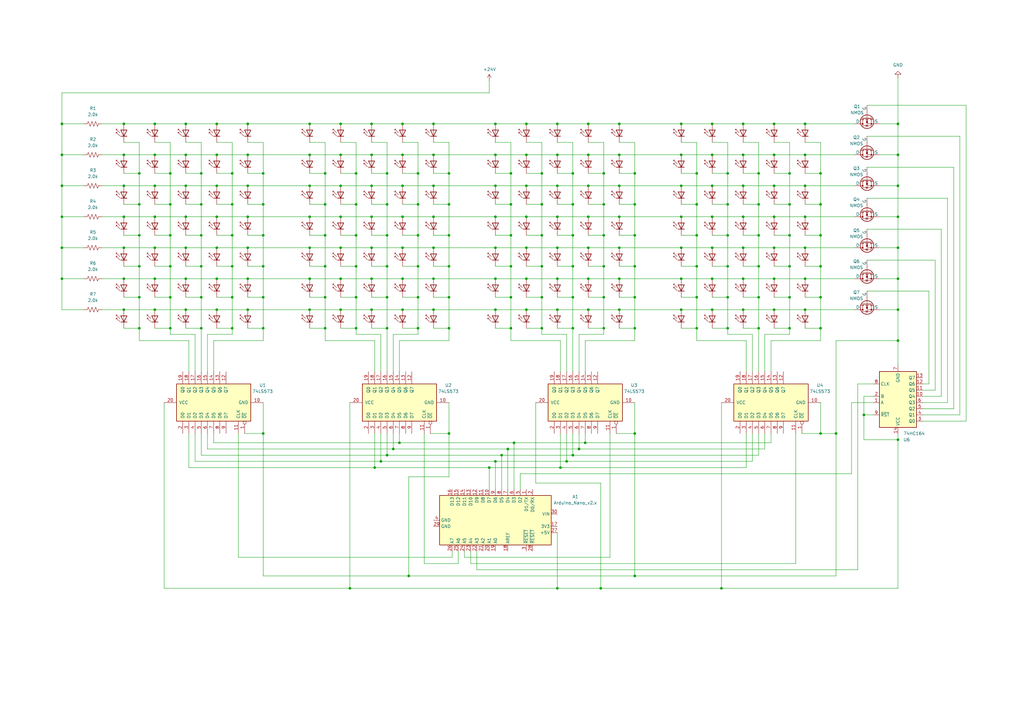
<source format=kicad_sch>
(kicad_sch (version 20231120) (generator "eeschema") (generator_version "8.0")
  (paper "A3")
  (junction (at 95.25 121.92))
  (junction (at 25.4 101.6))
  (junction (at 158.75 109.22))
  (junction (at 228.6 241.3))
  (junction (at 368.3 139.7))
  (junction (at 152.4 76.2))
  (junction (at 210.82 181.61))
  (junction (at 25.4 88.9))
  (junction (at 228.6 50.8))
  (junction (at 95.25 109.22))
  (junction (at 158.75 186.69))
  (junction (at 292.1 127))
  (junction (at 311.15 71.12))
  (junction (at 368.3 180.34))
  (junction (at 95.25 83.82))
  (junction (at 139.7 127))
  (junction (at 127 114.3))
  (junction (at 368.3 114.3))
  (junction (at 330.2 63.5))
  (junction (at 317.5 76.2))
  (junction (at 69.85 71.12))
  (junction (at 63.5 76.2))
  (junction (at 165.1 76.2))
  (junction (at 292.1 114.3))
  (junction (at 171.45 96.52))
  (junction (at 203.2 114.3))
  (junction (at 260.35 83.82))
  (junction (at 260.35 121.92))
  (junction (at 232.41 189.23))
  (junction (at 254 127))
  (junction (at 139.7 76.2))
  (junction (at 133.35 83.82))
  (junction (at 222.25 96.52))
  (junction (at 241.3 88.9))
  (junction (at 234.95 96.52))
  (junction (at 133.35 134.62))
  (junction (at 203.2 76.2))
  (junction (at 158.75 71.12))
  (junction (at 222.25 109.22))
  (junction (at 254 114.3))
  (junction (at 69.85 134.62))
  (junction (at 323.85 96.52))
  (junction (at 146.05 71.12))
  (junction (at 368.3 101.6))
  (junction (at 165.1 50.8))
  (junction (at 209.55 134.62))
  (junction (at 368.3 63.5))
  (junction (at 215.9 63.5))
  (junction (at 209.55 121.92))
  (junction (at 177.8 88.9))
  (junction (at 69.85 96.52))
  (junction (at 317.5 127))
  (junction (at 330.2 76.2))
  (junction (at 82.55 134.62))
  (junction (at 205.74 186.69))
  (junction (at 247.65 96.52))
  (junction (at 184.15 121.92))
  (junction (at 304.8 50.8))
  (junction (at 208.28 184.15))
  (junction (at 88.9 50.8))
  (junction (at 240.03 181.61))
  (junction (at 158.75 121.92))
  (junction (at 336.55 177.8))
  (junction (at 241.3 63.5))
  (junction (at 25.4 63.5))
  (junction (at 50.8 88.9))
  (junction (at 57.15 96.52))
  (junction (at 241.3 127))
  (junction (at 69.85 121.92))
  (junction (at 317.5 114.3))
  (junction (at 184.15 177.8))
  (junction (at 203.2 63.5))
  (junction (at 101.6 101.6))
  (junction (at 57.15 121.92))
  (junction (at 184.15 71.12))
  (junction (at 177.8 127))
  (junction (at 311.15 121.92))
  (junction (at 234.95 186.69))
  (junction (at 50.8 101.6))
  (junction (at 127 88.9))
  (junction (at 336.55 96.52))
  (junction (at 76.2 88.9))
  (junction (at 228.6 101.6))
  (junction (at 215.9 101.6))
  (junction (at 63.5 88.9))
  (junction (at 229.87 191.77))
  (junction (at 304.8 63.5))
  (junction (at 311.15 83.82))
  (junction (at 241.3 101.6))
  (junction (at 101.6 114.3))
  (junction (at 163.83 181.61))
  (junction (at 260.35 96.52))
  (junction (at 279.4 114.3))
  (junction (at 285.75 109.22))
  (junction (at 165.1 127))
  (junction (at 246.38 241.3))
  (junction (at 234.95 71.12))
  (junction (at 260.35 109.22))
  (junction (at 25.4 50.8))
  (junction (at 146.05 134.62))
  (junction (at 368.3 76.2))
  (junction (at 317.5 101.6))
  (junction (at 292.1 76.2))
  (junction (at 57.15 109.22))
  (junction (at 95.25 71.12))
  (junction (at 101.6 50.8))
  (junction (at 165.1 63.5))
  (junction (at 304.8 127))
  (junction (at 50.8 50.8))
  (junction (at 76.2 114.3))
  (junction (at 82.55 109.22))
  (junction (at 323.85 121.92))
  (junction (at 304.8 88.9))
  (junction (at 241.3 50.8))
  (junction (at 304.8 114.3))
  (junction (at 222.25 134.62))
  (junction (at 158.75 134.62))
  (junction (at 57.15 134.62))
  (junction (at 234.95 134.62))
  (junction (at 222.25 121.92))
  (junction (at 25.4 76.2))
  (junction (at 203.2 189.23))
  (junction (at 336.55 134.62))
  (junction (at 228.6 63.5))
  (junction (at 177.8 50.8))
  (junction (at 50.8 114.3))
  (junction (at 76.2 101.6))
  (junction (at 133.35 96.52))
  (junction (at 139.7 114.3))
  (junction (at 311.15 134.62))
  (junction (at 184.15 83.82))
  (junction (at 139.7 88.9))
  (junction (at 76.2 127))
  (junction (at 298.45 71.12))
  (junction (at 76.2 63.5))
  (junction (at 184.15 96.52))
  (junction (at 139.7 101.6))
  (junction (at 247.65 134.62))
  (junction (at 184.15 134.62))
  (junction (at 254 63.5))
  (junction (at 82.55 83.82))
  (junction (at 88.9 114.3))
  (junction (at 76.2 76.2))
  (junction (at 215.9 50.8))
  (junction (at 330.2 101.6))
  (junction (at 298.45 83.82))
  (junction (at 203.2 50.8))
  (junction (at 50.8 63.5))
  (junction (at 107.95 109.22))
  (junction (at 88.9 88.9))
  (junction (at 107.95 96.52))
  (junction (at 209.55 71.12))
  (junction (at 177.8 101.6))
  (junction (at 88.9 76.2))
  (junction (at 336.55 109.22))
  (junction (at 298.45 109.22))
  (junction (at 152.4 127))
  (junction (at 107.95 71.12))
  (junction (at 184.15 109.22))
  (junction (at 330.2 50.8))
  (junction (at 171.45 71.12))
  (junction (at 57.15 71.12))
  (junction (at 279.4 50.8))
  (junction (at 57.15 83.82))
  (junction (at 311.15 109.22))
  (junction (at 95.25 96.52))
  (junction (at 285.75 96.52))
  (junction (at 368.3 50.8))
  (junction (at 292.1 63.5))
  (junction (at 254 101.6))
  (junction (at 69.85 109.22))
  (junction (at 82.55 71.12))
  (junction (at 127 101.6))
  (junction (at 228.6 127))
  (junction (at 146.05 109.22))
  (junction (at 260.35 177.8))
  (junction (at 295.91 241.3))
  (junction (at 107.95 177.8))
  (junction (at 228.6 114.3))
  (junction (at 139.7 63.5))
  (junction (at 177.8 114.3))
  (junction (at 317.5 50.8))
  (junction (at 63.5 114.3))
  (junction (at 215.9 88.9))
  (junction (at 222.25 71.12))
  (junction (at 152.4 101.6))
  (junction (at 317.5 88.9))
  (junction (at 127 50.8))
  (junction (at 342.9 177.8))
  (junction (at 146.05 96.52))
  (junction (at 215.9 127))
  (junction (at 133.35 71.12))
  (junction (at 146.05 121.92))
  (junction (at 63.5 50.8))
  (junction (at 88.9 101.6))
  (junction (at 323.85 134.62))
  (junction (at 285.75 121.92))
  (junction (at 101.6 76.2))
  (junction (at 63.5 101.6))
  (junction (at 247.65 109.22))
  (junction (at 50.8 127))
  (junction (at 336.55 71.12))
  (junction (at 101.6 88.9))
  (junction (at 254 88.9))
  (junction (at 88.9 127))
  (junction (at 171.45 83.82))
  (junction (at 228.6 88.9))
  (junction (at 247.65 71.12))
  (junction (at 177.8 76.2))
  (junction (at 304.8 101.6))
  (junction (at 158.75 96.52))
  (junction (at 82.55 121.92))
  (junction (at 215.9 76.2))
  (junction (at 336.55 121.92))
  (junction (at 101.6 63.5))
  (junction (at 285.75 134.62))
  (junction (at 241.3 114.3))
  (junction (at 279.4 88.9))
  (junction (at 143.51 241.3))
  (junction (at 317.5 63.5))
  (junction (at 63.5 127))
  (junction (at 161.29 184.15))
  (junction (at 323.85 71.12))
  (junction (at 156.21 189.23))
  (junction (at 368.3 88.9))
  (junction (at 279.4 63.5))
  (junction (at 69.85 83.82))
  (junction (at 209.55 96.52))
  (junction (at 247.65 83.82))
  (junction (at 292.1 88.9))
  (junction (at 354.33 170.18))
  (junction (at 139.7 50.8))
  (junction (at 292.1 50.8))
  (junction (at 203.2 127))
  (junction (at 88.9 63.5))
  (junction (at 304.8 76.2))
  (junction (at 171.45 109.22))
  (junction (at 260.35 134.62))
  (junction (at 76.2 50.8))
  (junction (at 200.66 191.77))
  (junction (at 177.8 63.5))
  (junction (at 209.55 109.22))
  (junction (at 82.55 96.52))
  (junction (at 203.2 88.9))
  (junction (at 203.2 101.6))
  (junction (at 241.3 76.2))
  (junction (at 215.9 114.3))
  (junction (at 152.4 88.9))
  (junction (at 133.35 109.22))
  (junction (at 279.4 101.6))
  (junction (at 127 63.5))
  (junction (at 285.75 71.12))
  (junction (at 146.05 83.82))
  (junction (at 167.64 236.22))
  (junction (at 368.3 127))
  (junction (at 63.5 63.5))
  (junction (at 95.25 134.62))
  (junction (at 330.2 114.3))
  (junction (at 237.49 184.15))
  (junction (at 234.95 109.22))
  (junction (at 323.85 109.22))
  (junction (at 330.2 127))
  (junction (at 165.1 88.9))
  (junction (at 209.55 83.82))
  (junction (at 171.45 134.62))
  (junction (at 247.65 121.92))
  (junction (at 222.25 83.82))
  (junction (at 228.6 76.2))
  (junction (at 101.6 127))
  (junction (at 254 50.8))
  (junction (at 260.35 71.12))
  (junction (at 234.95 83.82))
  (junction (at 107.95 121.92))
  (junction (at 152.4 114.3))
  (junction (at 279.4 127))
  (junction (at 298.45 134.62))
  (junction (at 285.75 83.82))
  (junction (at 133.35 121.92))
  (junction (at 279.4 76.2))
  (junction (at 127 76.2))
  (junction (at 171.45 121.92))
  (junction (at 152.4 50.8))
  (junction (at 311.15 96.52))
  (junction (at 298.45 96.52))
  (junction (at 298.45 121.92))
  (junction (at 152.4 63.5))
  (junction (at 165.1 101.6))
  (junction (at 158.75 83.82))
  (junction (at 292.1 101.6))
  (junction (at 336.55 83.82))
  (junction (at 330.2 88.9))
  (junction (at 254 76.2))
  (junction (at 25.4 114.3))
  (junction (at 323.85 83.82))
  (junction (at 127 127))
  (junction (at 107.95 134.62))
  (junction (at 260.35 236.22))
  (junction (at 153.67 191.77))
  (junction (at 165.1 114.3))
  (junction (at 50.8 76.2))
  (junction (at 234.95 121.92))
  (junction (at 107.95 83.82))
  (wire (pts (xy 127 76.2) (xy 139.7 76.2)))
  (wire (pts (xy 240.03 139.7) (xy 260.35 139.7)))
  (wire (pts (xy 292.1 101.6) (xy 304.8 101.6)))
  (wire (pts (xy 82.55 58.42) (xy 82.55 71.12)))
  (wire (pts (xy 156.21 177.8) (xy 156.21 189.23)))
  (wire (pts (xy 215.9 96.52) (xy 222.25 96.52)))
  (wire (pts (xy 279.4 127) (xy 292.1 127)))
  (wire (pts (xy 25.4 101.6) (xy 34.29 101.6)))
  (wire (pts (xy 139.7 71.12) (xy 146.05 71.12)))
  (wire (pts (xy 95.25 109.22) (xy 95.25 121.92)))
  (wire (pts (xy 101.6 127) (xy 127 127)))
  (wire (pts (xy 260.35 177.8) (xy 260.35 236.22)))
  (wire (pts (xy 247.65 134.62) (xy 241.3 134.62)))
  (wire (pts (xy 308.61 189.23) (xy 232.41 189.23)))
  (wire (pts (xy 76.2 88.9) (xy 88.9 88.9)))
  (wire (pts (xy 317.5 83.82) (xy 323.85 83.82)))
  (wire (pts (xy 317.5 127) (xy 330.2 127)))
  (wire (pts (xy 336.55 134.62) (xy 330.2 134.62)))
  (wire (pts (xy 133.35 134.62) (xy 127 134.62)))
  (wire (pts (xy 203.2 63.5) (xy 215.9 63.5)))
  (wire (pts (xy 50.8 83.82) (xy 57.15 83.82)))
  (wire (pts (xy 215.9 76.2) (xy 228.6 76.2)))
  (wire (pts (xy 63.5 109.22) (xy 69.85 109.22)))
  (wire (pts (xy 304.8 96.52) (xy 311.15 96.52)))
  (wire (pts (xy 50.8 127) (xy 63.5 127)))
  (wire (pts (xy 213.36 200.66) (xy 213.36 194.31)))
  (wire (pts (xy 185.42 228.6) (xy 185.42 226.06)))
  (wire (pts (xy 349.25 165.1) (xy 358.14 165.1)))
  (wire (pts (xy 279.4 63.5) (xy 292.1 63.5)))
  (wire (pts (xy 368.3 127) (xy 368.3 114.3)))
  (wire (pts (xy 360.68 76.2) (xy 368.3 76.2)))
  (wire (pts (xy 260.35 96.52) (xy 260.35 109.22)))
  (wire (pts (xy 254 83.82) (xy 260.35 83.82)))
  (wire (pts (xy 85.09 177.8) (xy 85.09 184.15)))
  (wire (pts (xy 381 157.48) (xy 378.46 157.48)))
  (wire (pts (xy 279.4 109.22) (xy 285.75 109.22)))
  (wire (pts (xy 77.47 191.77) (xy 153.67 191.77)))
  (wire (pts (xy 152.4 114.3) (xy 165.1 114.3)))
  (wire (pts (xy 41.91 88.9) (xy 50.8 88.9)))
  (wire (pts (xy 209.55 58.42) (xy 209.55 71.12)))
  (wire (pts (xy 63.5 88.9) (xy 76.2 88.9)))
  (wire (pts (xy 173.99 231.14) (xy 187.96 231.14)))
  (wire (pts (xy 330.2 58.42) (xy 336.55 58.42)))
  (wire (pts (xy 41.91 101.6) (xy 50.8 101.6)))
  (wire (pts (xy 95.25 121.92) (xy 95.25 134.62)))
  (wire (pts (xy 368.3 177.8) (xy 368.3 180.34)))
  (wire (pts (xy 156.21 137.16) (xy 156.21 152.4)))
  (wire (pts (xy 247.65 96.52) (xy 247.65 109.22)))
  (wire (pts (xy 50.8 63.5) (xy 63.5 63.5)))
  (wire (pts (xy 57.15 134.62) (xy 57.15 139.7)))
  (wire (pts (xy 171.45 96.52) (xy 171.45 109.22)))
  (wire (pts (xy 25.4 127) (xy 25.4 114.3)))
  (wire (pts (xy 317.5 50.8) (xy 330.2 50.8)))
  (wire (pts (xy 101.6 121.92) (xy 107.95 121.92)))
  (wire (pts (xy 25.4 76.2) (xy 25.4 63.5)))
  (wire (pts (xy 195.58 233.68) (xy 351.79 233.68)))
  (wire (pts (xy 323.85 137.16) (xy 323.85 134.62)))
  (wire (pts (xy 146.05 83.82) (xy 146.05 96.52)))
  (wire (pts (xy 240.03 177.8) (xy 240.03 181.61)))
  (wire (pts (xy 232.41 189.23) (xy 203.2 189.23)))
  (wire (pts (xy 292.1 88.9) (xy 304.8 88.9)))
  (wire (pts (xy 50.8 121.92) (xy 57.15 121.92)))
  (wire (pts (xy 87.63 177.8) (xy 87.63 181.61)))
  (wire (pts (xy 330.2 88.9) (xy 350.52 88.9)))
  (wire (pts (xy 50.8 88.9) (xy 63.5 88.9)))
  (wire (pts (xy 215.9 121.92) (xy 222.25 121.92)))
  (wire (pts (xy 177.8 121.92) (xy 184.15 121.92)))
  (wire (pts (xy 107.95 83.82) (xy 107.95 96.52)))
  (wire (pts (xy 215.9 101.6) (xy 228.6 101.6)))
  (wire (pts (xy 330.2 96.52) (xy 336.55 96.52)))
  (wire (pts (xy 165.1 96.52) (xy 171.45 96.52)))
  (wire (pts (xy 260.35 109.22) (xy 260.35 121.92)))
  (wire (pts (xy 165.1 63.5) (xy 177.8 63.5)))
  (wire (pts (xy 41.91 76.2) (xy 50.8 76.2)))
  (wire (pts (xy 107.95 71.12) (xy 107.95 83.82)))
  (wire (pts (xy 360.68 114.3) (xy 368.3 114.3)))
  (wire (pts (xy 87.63 152.4) (xy 87.63 139.7)))
  (wire (pts (xy 254 71.12) (xy 260.35 71.12)))
  (wire (pts (xy 158.75 121.92) (xy 158.75 134.62)))
  (wire (pts (xy 336.55 58.42) (xy 336.55 71.12)))
  (wire (pts (xy 298.45 96.52) (xy 298.45 109.22)))
  (wire (pts (xy 246.38 241.3) (xy 295.91 241.3)))
  (wire (pts (xy 69.85 58.42) (xy 69.85 71.12)))
  (wire (pts (xy 77.47 139.7) (xy 77.47 152.4)))
  (wire (pts (xy 127 109.22) (xy 133.35 109.22)))
  (wire (pts (xy 139.7 121.92) (xy 146.05 121.92)))
  (wire (pts (xy 250.19 228.6) (xy 190.5 228.6)))
  (wire (pts (xy 165.1 121.92) (xy 171.45 121.92)))
  (wire (pts (xy 133.35 71.12) (xy 133.35 83.82)))
  (wire (pts (xy 88.9 58.42) (xy 95.25 58.42)))
  (wire (pts (xy 260.35 83.82) (xy 260.35 96.52)))
  (wire (pts (xy 285.75 71.12) (xy 285.75 83.82)))
  (wire (pts (xy 209.55 134.62) (xy 203.2 134.62)))
  (wire (pts (xy 285.75 96.52) (xy 285.75 109.22)))
  (wire (pts (xy 41.91 63.5) (xy 50.8 63.5)))
  (wire (pts (xy 219.71 198.12) (xy 246.38 198.12)))
  (wire (pts (xy 203.2 96.52) (xy 209.55 96.52)))
  (wire (pts (xy 215.9 109.22) (xy 222.25 109.22)))
  (wire (pts (xy 146.05 121.92) (xy 146.05 134.62)))
  (wire (pts (xy 298.45 58.42) (xy 298.45 71.12)))
  (wire (pts (xy 304.8 114.3) (xy 317.5 114.3)))
  (wire (pts (xy 69.85 134.62) (xy 63.5 134.62)))
  (wire (pts (xy 187.96 231.14) (xy 187.96 226.06)))
  (wire (pts (xy 215.9 58.42) (xy 222.25 58.42)))
  (wire (pts (xy 304.8 101.6) (xy 317.5 101.6)))
  (wire (pts (xy 76.2 71.12) (xy 82.55 71.12)))
  (wire (pts (xy 88.9 121.92) (xy 95.25 121.92)))
  (wire (pts (xy 25.4 88.9) (xy 34.29 88.9)))
  (wire (pts (xy 368.3 31.75) (xy 368.3 50.8)))
  (wire (pts (xy 163.83 152.4) (xy 163.83 139.7)))
  (wire (pts (xy 355.6 81.28) (xy 388.62 81.28)))
  (wire (pts (xy 63.5 101.6) (xy 76.2 101.6)))
  (wire (pts (xy 237.49 137.16) (xy 247.65 137.16)))
  (wire (pts (xy 228.6 96.52) (xy 234.95 96.52)))
  (wire (pts (xy 241.3 88.9) (xy 254 88.9)))
  (wire (pts (xy 396.24 43.18) (xy 396.24 172.72)))
  (wire (pts (xy 158.75 134.62) (xy 152.4 134.62)))
  (wire (pts (xy 228.6 114.3) (xy 241.3 114.3)))
  (wire (pts (xy 247.65 83.82) (xy 247.65 96.52)))
  (wire (pts (xy 252.73 177.8) (xy 260.35 177.8)))
  (wire (pts (xy 107.95 177.8) (xy 107.95 236.22)))
  (wire (pts (xy 85.09 152.4) (xy 85.09 137.16)))
  (wire (pts (xy 228.6 50.8) (xy 241.3 50.8)))
  (wire (pts (xy 165.1 109.22) (xy 171.45 109.22)))
  (wire (pts (xy 311.15 71.12) (xy 311.15 83.82)))
  (wire (pts (xy 311.15 109.22) (xy 311.15 121.92)))
  (wire (pts (xy 177.8 83.82) (xy 184.15 83.82)))
  (wire (pts (xy 203.2 101.6) (xy 215.9 101.6)))
  (wire (pts (xy 143.51 241.3) (xy 228.6 241.3)))
  (wire (pts (xy 107.95 109.22) (xy 107.95 121.92)))
  (wire (pts (xy 241.3 127) (xy 254 127)))
  (wire (pts (xy 313.69 177.8) (xy 313.69 184.15)))
  (wire (pts (xy 143.51 165.1) (xy 143.51 241.3)))
  (wire (pts (xy 209.55 139.7) (xy 229.87 139.7)))
  (wire (pts (xy 311.15 177.8) (xy 311.15 186.69)))
  (wire (pts (xy 228.6 121.92) (xy 234.95 121.92)))
  (wire (pts (xy 163.83 139.7) (xy 184.15 139.7)))
  (wire (pts (xy 69.85 109.22) (xy 69.85 121.92)))
  (wire (pts (xy 354.33 180.34) (xy 368.3 180.34)))
  (wire (pts (xy 260.35 236.22) (xy 342.9 236.22)))
  (wire (pts (xy 323.85 58.42) (xy 323.85 71.12)))
  (wire (pts (xy 254 58.42) (xy 260.35 58.42)))
  (wire (pts (xy 69.85 121.92) (xy 69.85 134.62)))
  (wire (pts (xy 139.7 63.5) (xy 152.4 63.5)))
  (wire (pts (xy 292.1 50.8) (xy 304.8 50.8)))
  (wire (pts (xy 292.1 58.42) (xy 298.45 58.42)))
  (wire (pts (xy 25.4 38.1) (xy 200.66 38.1)))
  (wire (pts (xy 317.5 96.52) (xy 323.85 96.52)))
  (wire (pts (xy 139.7 96.52) (xy 146.05 96.52)))
  (wire (pts (xy 342.9 139.7) (xy 342.9 177.8)))
  (wire (pts (xy 165.1 83.82) (xy 171.45 83.82)))
  (wire (pts (xy 184.15 134.62) (xy 177.8 134.62)))
  (wire (pts (xy 76.2 50.8) (xy 88.9 50.8)))
  (wire (pts (xy 107.95 165.1) (xy 107.95 177.8)))
  (wire (pts (xy 165.1 50.8) (xy 177.8 50.8)))
  (wire (pts (xy 95.25 83.82) (xy 95.25 96.52)))
  (wire (pts (xy 349.25 194.31) (xy 349.25 165.1)))
  (wire (pts (xy 177.8 127) (xy 203.2 127)))
  (wire (pts (xy 67.31 165.1) (xy 67.31 241.3)))
  (wire (pts (xy 107.95 236.22) (xy 167.64 236.22)))
  (wire (pts (xy 213.36 194.31) (xy 349.25 194.31)))
  (wire (pts (xy 317.5 109.22) (xy 323.85 109.22)))
  (wire (pts (xy 158.75 83.82) (xy 158.75 96.52)))
  (wire (pts (xy 279.4 101.6) (xy 292.1 101.6)))
  (wire (pts (xy 279.4 96.52) (xy 285.75 96.52)))
  (wire (pts (xy 133.35 134.62) (xy 133.35 139.7)))
  (wire (pts (xy 279.4 58.42) (xy 285.75 58.42)))
  (wire (pts (xy 215.9 71.12) (xy 222.25 71.12)))
  (wire (pts (xy 152.4 88.9) (xy 165.1 88.9)))
  (wire (pts (xy 234.95 134.62) (xy 234.95 152.4)))
  (wire (pts (xy 368.3 76.2) (xy 368.3 63.5)))
  (wire (pts (xy 215.9 88.9) (xy 228.6 88.9)))
  (wire (pts (xy 25.4 38.1) (xy 25.4 50.8)))
  (wire (pts (xy 152.4 76.2) (xy 165.1 76.2)))
  (wire (pts (xy 368.3 101.6) (xy 368.3 88.9)))
  (wire (pts (xy 241.3 96.52) (xy 247.65 96.52)))
  (wire (pts (xy 167.64 236.22) (xy 260.35 236.22)))
  (wire (pts (xy 368.3 114.3) (xy 368.3 101.6)))
  (wire (pts (xy 234.95 58.42) (xy 234.95 71.12)))
  (wire (pts (xy 76.2 101.6) (xy 88.9 101.6)))
  (wire (pts (xy 63.5 50.8) (xy 76.2 50.8)))
  (wire (pts (xy 57.15 139.7) (xy 77.47 139.7)))
  (wire (pts (xy 133.35 96.52) (xy 133.35 109.22)))
  (wire (pts (xy 107.95 134.62) (xy 101.6 134.62)))
  (wire (pts (xy 383.54 106.68) (xy 383.54 160.02)))
  (wire (pts (xy 260.35 121.92) (xy 260.35 134.62)))
  (wire (pts (xy 88.9 63.5) (xy 101.6 63.5)))
  (wire (pts (xy 311.15 186.69) (xy 234.95 186.69)))
  (wire (pts (xy 306.07 139.7) (xy 306.07 152.4)))
  (wire (pts (xy 63.5 63.5) (xy 76.2 63.5)))
  (wire (pts (xy 127 101.6) (xy 139.7 101.6)))
  (wire (pts (xy 222.25 137.16) (xy 232.41 137.16)))
  (wire (pts (xy 203.2 189.23) (xy 203.2 200.66)))
  (wire (pts (xy 50.8 76.2) (xy 63.5 76.2)))
  (wire (pts (xy 313.69 152.4) (xy 313.69 137.16)))
  (wire (pts (xy 88.9 109.22) (xy 95.25 109.22)))
  (wire (pts (xy 88.9 114.3) (xy 101.6 114.3)))
  (wire (pts (xy 298.45 71.12) (xy 298.45 83.82)))
  (wire (pts (xy 88.9 50.8) (xy 101.6 50.8)))
  (wire (pts (xy 133.35 121.92) (xy 133.35 134.62)))
  (wire (pts (xy 82.55 121.92) (xy 82.55 134.62)))
  (wire (pts (xy 158.75 58.42) (xy 158.75 71.12)))
  (wire (pts (xy 234.95 121.92) (xy 234.95 134.62)))
  (wire (pts (xy 215.9 114.3) (xy 228.6 114.3)))
  (wire (pts (xy 298.45 134.62) (xy 298.45 137.16)))
  (wire (pts (xy 82.55 83.82) (xy 82.55 96.52)))
  (wire (pts (xy 82.55 109.22) (xy 82.55 121.92)))
  (wire (pts (xy 101.6 76.2) (xy 127 76.2)))
  (wire (pts (xy 101.6 83.82) (xy 107.95 83.82)))
  (wire (pts (xy 165.1 127) (xy 177.8 127)))
  (wire (pts (xy 146.05 137.16) (xy 156.21 137.16)))
  (wire (pts (xy 171.45 137.16) (xy 171.45 134.62)))
  (wire (pts (xy 88.9 96.52) (xy 95.25 96.52)))
  (wire (pts (xy 254 109.22) (xy 260.35 109.22)))
  (wire (pts (xy 292.1 114.3) (xy 304.8 114.3)))
  (wire (pts (xy 88.9 76.2) (xy 101.6 76.2)))
  (wire (pts (xy 50.8 114.3) (xy 63.5 114.3)))
  (wire (pts (xy 234.95 83.82) (xy 234.95 96.52)))
  (wire (pts (xy 241.3 109.22) (xy 247.65 109.22)))
  (wire (pts (xy 330.2 63.5) (xy 350.52 63.5)))
  (wire (pts (xy 304.8 76.2) (xy 317.5 76.2)))
  (wire (pts (xy 247.65 137.16) (xy 247.65 134.62)))
  (wire (pts (xy 304.8 63.5) (xy 317.5 63.5)))
  (wire (pts (xy 228.6 127) (xy 241.3 127)))
  (wire (pts (xy 323.85 96.52) (xy 323.85 109.22)))
  (wire (pts (xy 317.5 71.12) (xy 323.85 71.12)))
  (wire (pts (xy 101.6 58.42) (xy 107.95 58.42)))
  (wire (pts (xy 311.15 134.62) (xy 304.8 134.62)))
  (wire (pts (xy 326.39 231.14) (xy 193.04 231.14)))
  (wire (pts (xy 152.4 101.6) (xy 165.1 101.6)))
  (wire (pts (xy 133.35 109.22) (xy 133.35 121.92)))
  (wire (pts (xy 63.5 76.2) (xy 76.2 76.2)))
  (wire (pts (xy 260.35 139.7) (xy 260.35 134.62)))
  (wire (pts (xy 139.7 114.3) (xy 152.4 114.3)))
  (wire (pts (xy 222.25 96.52) (xy 222.25 109.22)))
  (wire (pts (xy 177.8 63.5) (xy 203.2 63.5)))
  (wire (pts (xy 95.25 137.16) (xy 95.25 134.62)))
  (wire (pts (xy 177.8 71.12) (xy 184.15 71.12)))
  (wire (pts (xy 228.6 101.6) (xy 241.3 101.6)))
  (wire (pts (xy 57.15 71.12) (xy 57.15 83.82)))
  (wire (pts (xy 234.95 177.8) (xy 234.95 186.69)))
  (wire (pts (xy 25.4 50.8) (xy 34.29 50.8)))
  (wire (pts (xy 34.29 127) (xy 25.4 127)))
  (wire (pts (xy 219.71 165.1) (xy 219.71 198.12)))
  (wire (pts (xy 76.2 109.22) (xy 82.55 109.22)))
  (wire (pts (xy 80.01 189.23) (xy 156.21 189.23)))
  (wire (pts (xy 80.01 137.16) (xy 80.01 152.4)))
  (wire (pts (xy 304.8 58.42) (xy 311.15 58.42)))
  (wire (pts (xy 279.4 88.9) (xy 292.1 88.9)))
  (wire (pts (xy 69.85 137.16) (xy 80.01 137.16)))
  (wire (pts (xy 161.29 177.8) (xy 161.29 184.15)))
  (wire (pts (xy 241.3 114.3) (xy 254 114.3)))
  (wire (pts (xy 156.21 189.23) (xy 203.2 189.23)))
  (wire (pts (xy 171.45 71.12) (xy 171.45 83.82)))
  (wire (pts (xy 177.8 76.2) (xy 203.2 76.2)))
  (wire (pts (xy 25.4 114.3) (xy 34.29 114.3)))
  (wire (pts (xy 63.5 114.3) (xy 76.2 114.3)))
  (wire (pts (xy 57.15 134.62) (xy 50.8 134.62)))
  (wire (pts (xy 171.45 83.82) (xy 171.45 96.52)))
  (wire (pts (xy 57.15 58.42) (xy 57.15 71.12)))
  (wire (pts (xy 241.3 63.5) (xy 254 63.5)))
  (wire (pts (xy 165.1 101.6) (xy 177.8 101.6)))
  (wire (pts (xy 184.15 83.82) (xy 184.15 96.52)))
  (wire (pts (xy 209.55 134.62) (xy 209.55 139.7)))
  (wire (pts (xy 391.16 167.64) (xy 378.46 167.64)))
  (wire (pts (xy 237.49 152.4) (xy 237.49 137.16)))
  (wire (pts (xy 360.68 101.6) (xy 368.3 101.6)))
  (wire (pts (xy 127 88.9) (xy 139.7 88.9)))
  (wire (pts (xy 50.8 71.12) (xy 57.15 71.12)))
  (wire (pts (xy 176.53 177.8) (xy 184.15 177.8)))
  (wire (pts (xy 285.75 58.42) (xy 285.75 71.12)))
  (wire (pts (xy 317.5 63.5) (xy 330.2 63.5)))
  (wire (pts (xy 311.15 83.82) (xy 311.15 96.52)))
  (wire (pts (xy 127 71.12) (xy 133.35 71.12)))
  (wire (pts (xy 69.85 96.52) (xy 69.85 109.22)))
  (wire (pts (xy 87.63 181.61) (xy 163.83 181.61)))
  (wire (pts (xy 279.4 50.8) (xy 292.1 50.8)))
  (wire (pts (xy 25.4 101.6) (xy 25.4 88.9)))
  (wire (pts (xy 260.35 177.8) (xy 260.35 165.1)))
  (wire (pts (xy 25.4 63.5) (xy 34.29 63.5)))
  (wire (pts (xy 285.75 83.82) (xy 285.75 96.52)))
  (wire (pts (xy 368.3 180.34) (xy 368.3 241.3)))
  (wire (pts (xy 386.08 162.56) (xy 378.46 162.56)))
  (wire (pts (xy 316.23 152.4) (xy 316.23 139.7)))
  (wire (pts (xy 246.38 198.12) (xy 246.38 241.3)))
  (wire (pts (xy 298.45 121.92) (xy 298.45 134.62)))
  (wire (pts (xy 101.6 96.52) (xy 107.95 96.52)))
  (wire (pts (xy 330.2 121.92) (xy 336.55 121.92)))
  (wire (pts (xy 133.35 83.82) (xy 133.35 96.52)))
  (wire (pts (xy 254 50.8) (xy 279.4 50.8)))
  (wire (pts (xy 304.8 83.82) (xy 311.15 83.82)))
  (wire (pts (xy 127 50.8) (xy 139.7 50.8)))
  (wire (pts (xy 330.2 109.22) (xy 336.55 109.22)))
  (wire (pts (xy 77.47 177.8) (xy 77.47 191.77)))
  (wire (pts (xy 298.45 83.82) (xy 298.45 96.52)))
  (wire (pts (xy 146.05 96.52) (xy 146.05 109.22)))
  (wire (pts (xy 351.79 233.68) (xy 351.79 157.48)))
  (wire (pts (xy 101.6 63.5) (xy 127 63.5)))
  (wire (pts (xy 308.61 137.16) (xy 308.61 152.4)))
  (wire (pts (xy 205.74 186.69) (xy 205.74 200.66)))
  (wire (pts (xy 69.85 134.62) (xy 69.85 137.16)))
  (wire (pts (xy 127 96.52) (xy 133.35 96.52)))
  (wire (pts (xy 41.91 50.8) (xy 50.8 50.8)))
  (wire (pts (xy 304.8 109.22) (xy 311.15 109.22)))
  (wire (pts (xy 152.4 63.5) (xy 165.1 63.5)))
  (wire (pts (xy 308.61 177.8) (xy 308.61 189.23)))
  (wire (pts (xy 229.87 177.8) (xy 229.87 191.77)))
  (wire (pts (xy 57.15 83.82) (xy 57.15 96.52)))
  (wire (pts (xy 354.33 170.18) (xy 354.33 180.34)))
  (wire (pts (xy 153.67 191.77) (xy 200.66 191.77)))
  (wire (pts (xy 82.55 71.12) (xy 82.55 83.82)))
  (wire (pts (xy 209.55 71.12) (xy 209.55 83.82)))
  (wire (pts (xy 317.5 58.42) (xy 323.85 58.42)))
  (wire (pts (xy 139.7 101.6) (xy 152.4 101.6)))
  (wire (pts (xy 304.8 71.12) (xy 311.15 71.12)))
  (wire (pts (xy 298.45 109.22) (xy 298.45 121.92)))
  (wire (pts (xy 360.68 63.5) (xy 368.3 63.5)))
  (wire (pts (xy 200.66 33.02) (xy 200.66 38.1)))
  (wire (pts (xy 285.75 109.22) (xy 285.75 121.92)))
  (wire (pts (xy 177.8 50.8) (xy 203.2 50.8)))
  (wire (pts (xy 67.31 241.3) (xy 143.51 241.3)))
  (wire (pts (xy 285.75 139.7) (xy 306.07 139.7)))
  (wire (pts (xy 82.55 134.62) (xy 76.2 134.62)))
  (wire (pts (xy 25.4 76.2) (xy 34.29 76.2)))
  (wire (pts (xy 317.5 101.6) (xy 330.2 101.6)))
  (wire (pts (xy 285.75 121.92) (xy 285.75 134.62)))
  (wire (pts (xy 171.45 109.22) (xy 171.45 121.92)))
  (wire (pts (xy 177.8 101.6) (xy 203.2 101.6)))
  (wire (pts (xy 254 127) (xy 279.4 127)))
  (wire (pts (xy 241.3 83.82) (xy 247.65 83.82)))
  (wire (pts (xy 139.7 50.8) (xy 152.4 50.8)))
  (wire (pts (xy 25.4 63.5) (xy 25.4 50.8)))
  (wire (pts (xy 336.55 109.22) (xy 336.55 121.92)))
  (wire (pts (xy 25.4 114.3) (xy 25.4 101.6)))
  (wire (pts (xy 222.25 71.12) (xy 222.25 83.82)))
  (wire (pts (xy 184.15 139.7) (xy 184.15 134.62)))
  (wire (pts (xy 184.15 109.22) (xy 184.15 121.92)))
  (wire (pts (xy 82.55 96.52) (xy 82.55 109.22)))
  (wire (pts (xy 254 114.3) (xy 279.4 114.3)))
  (wire (pts (xy 250.19 177.8) (xy 250.19 228.6)))
  (wire (pts (xy 342.9 139.7) (xy 368.3 139.7)))
  (wire (pts (xy 393.7 55.88) (xy 393.7 170.18)))
  (wire (pts (xy 101.6 114.3) (xy 127 114.3)))
  (wire (pts (xy 246.38 241.3) (xy 228.6 241.3)))
  (wire (pts (xy 254 76.2) (xy 279.4 76.2)))
  (wire (pts (xy 222.25 109.22) (xy 222.25 121.92)))
  (wire (pts (xy 323.85 121.92) (xy 323.85 134.62)))
  (wire (pts (xy 368.3 127) (xy 368.3 139.7)))
  (wire (pts (xy 360.68 127) (xy 368.3 127)))
  (wire (pts (xy 101.6 88.9) (xy 127 88.9)))
  (wire (pts (xy 177.8 58.42) (xy 184.15 58.42)))
  (wire (pts (xy 336.55 96.52) (xy 336.55 109.22)))
  (wire (pts (xy 292.1 109.22) (xy 298.45 109.22)))
  (wire (pts (xy 69.85 83.82) (xy 69.85 96.52)))
  (wire (pts (xy 292.1 83.82) (xy 298.45 83.82)))
  (wire (pts (xy 336.55 177.8) (xy 336.55 165.1)))
  (wire (pts (xy 101.6 109.22) (xy 107.95 109.22)))
  (wire (pts (xy 330.2 127) (xy 350.52 127)))
  (wire (pts (xy 355.6 43.18) (xy 396.24 43.18)))
  (wire (pts (xy 228.6 88.9) (xy 241.3 88.9)))
  (wire (pts (xy 107.95 139.7) (xy 107.95 134.62)))
  (wire (pts (xy 393.7 170.18) (xy 378.46 170.18)))
  (wire (pts (xy 336.55 139.7) (xy 336.55 134.62)))
  (wire (pts (xy 241.3 121.92) (xy 247.65 121.92)))
  (wire (pts (xy 260.35 58.42) (xy 260.35 71.12)))
  (wire (pts (xy 85.09 184.15) (xy 161.29 184.15)))
  (wire (pts (xy 330.2 71.12) (xy 336.55 71.12)))
  (wire (pts (xy 203.2 76.2) (xy 215.9 76.2)))
  (wire (pts (xy 85.09 137.16) (xy 95.25 137.16)))
  (wire (pts (xy 146.05 109.22) (xy 146.05 121.92)))
  (wire (pts (xy 63.5 127) (xy 76.2 127)))
  (wire (pts (xy 161.29 152.4) (xy 161.29 137.16)))
  (wire (pts (xy 101.6 50.8) (xy 127 50.8)))
  (wire (pts (xy 63.5 83.82) (xy 69.85 83.82)))
  (wire (pts (xy 184.15 96.52) (xy 184.15 109.22)))
  (wire (pts (xy 304.8 127) (xy 317.5 127)))
  (wire (pts (xy 127 121.92) (xy 133.35 121.92)))
  (wire (pts (xy 88.9 127) (xy 101.6 127)))
  (wire (pts (xy 360.68 50.8) (xy 368.3 50.8)))
  (wire (pts (xy 165.1 76.2) (xy 177.8 76.2)))
  (wire (pts (xy 354.33 162.56) (xy 354.33 170.18)))
  (wire (pts (xy 209.55 83.82) (xy 209.55 96.52)))
  (wire (pts (xy 355.6 119.38) (xy 381 119.38)))
  (wire (pts (xy 323.85 134.62) (xy 317.5 134.62)))
  (wire (pts (xy 330.2 114.3) (xy 350.52 114.3)))
  (wire (pts (xy 82.55 186.69) (xy 158.75 186.69)))
  (wire (pts (xy 152.4 50.8) (xy 165.1 50.8)))
  (wire (pts (xy 95.25 96.52) (xy 95.25 109.22)))
  (wire (pts (xy 234.95 186.69) (xy 205.74 186.69)))
  (wire (pts (xy 152.4 109.22) (xy 158.75 109.22)))
  (wire (pts (xy 254 96.52) (xy 260.35 96.52)))
  (wire (pts (xy 203.2 127) (xy 215.9 127)))
  (wire (pts (xy 50.8 58.42) (xy 57.15 58.42)))
  (wire (pts (xy 215.9 50.8) (xy 228.6 50.8)))
  (wire (pts (xy 195.58 226.06) (xy 195.58 233.68)))
  (wire (pts (xy 241.3 58.42) (xy 247.65 58.42)))
  (wire (pts (xy 153.67 139.7) (xy 153.67 152.4)))
  (wire (pts (xy 87.63 139.7) (xy 107.95 139.7)))
  (wire (pts (xy 234.95 134.62) (xy 228.6 134.62)))
  (wire (pts (xy 76.2 114.3) (xy 88.9 114.3)))
  (wire (pts (xy 146.05 134.62) (xy 146.05 137.16)))
  (wire (pts (xy 127 58.42) (xy 133.35 58.42)))
  (wire (pts (xy 351.79 157.48) (xy 358.14 157.48)))
  (wire (pts (xy 76.2 76.2) (xy 88.9 76.2)))
  (wire (pts (xy 354.33 170.18) (xy 358.14 170.18)))
  (wire (pts (xy 203.2 88.9) (xy 215.9 88.9)))
  (wire (pts (xy 304.8 88.9) (xy 317.5 88.9)))
  (wire (pts (xy 368.3 139.7) (xy 368.3 149.86)))
  (wire (pts (xy 323.85 109.22) (xy 323.85 121.92)))
  (wire (pts (xy 25.4 88.9) (xy 25.4 76.2)))
  (wire (pts (xy 76.2 96.52) (xy 82.55 96.52)))
  (wire (pts (xy 165.1 58.42) (xy 171.45 58.42)))
  (wire (pts (xy 139.7 83.82) (xy 146.05 83.82)))
  (wire (pts (xy 171.45 134.62) (xy 165.1 134.62)))
  (wire (pts (xy 76.2 121.92) (xy 82.55 121.92)))
  (wire (pts (xy 163.83 177.8) (xy 163.83 181.61)))
  (wire (pts (xy 161.29 137.16) (xy 171.45 137.16)))
  (wire (pts (xy 95.25 134.62) (xy 88.9 134.62)))
  (wire (pts (xy 152.4 58.42) (xy 158.75 58.42)))
  (wire (pts (xy 171.45 121.92) (xy 171.45 134.62)))
  (wire (pts (xy 76.2 58.42) (xy 82.55 58.42)))
  (wire (pts (xy 228.6 83.82) (xy 234.95 83.82)))
  (wire (pts (xy 306.07 191.77) (xy 229.87 191.77)))
  (wire (pts (xy 295.91 241.3) (xy 295.91 165.1)))
  (wire (pts (xy 95.25 71.12) (xy 95.25 83.82)))
  (wire (pts (xy 279.4 121.92) (xy 285.75 121.92)))
  (wire (pts (xy 391.16 68.58) (xy 391.16 167.64)))
  (wire (pts (xy 222.25 83.82) (xy 222.25 96.52)))
  (wire (pts (xy 210.82 181.61) (xy 210.82 200.66)))
  (wire (pts (xy 355.6 55.88) (xy 393.7 55.88)))
  (wire (pts (xy 317.5 76.2) (xy 330.2 76.2)))
  (wire (pts (xy 76.2 63.5) (xy 88.9 63.5)))
  (wire (pts (xy 165.1 71.12) (xy 171.45 71.12)))
  (wire (pts (xy 279.4 71.12) (xy 285.75 71.12)))
  (wire (pts (xy 152.4 127) (xy 165.1 127)))
  (wire (pts (xy 292.1 121.92) (xy 298.45 121.92)))
  (wire (pts (xy 304.8 50.8) (xy 317.5 50.8)))
  (wire (pts (xy 208.28 184.15) (xy 237.49 184.15)))
  (wire (pts (xy 285.75 134.62) (xy 285.75 139.7)))
  (wire (pts (xy 215.9 63.5) (xy 228.6 63.5)))
  (wire (pts (xy 292.1 76.2) (xy 304.8 76.2)))
  (wire (pts (xy 177.8 96.52) (xy 184.15 96.52)))
  (wire (pts (xy 158.75 177.8) (xy 158.75 186.69)))
  (wire (pts (xy 292.1 127) (xy 304.8 127)))
  (wire (pts (xy 228.6 241.3) (xy 228.6 218.44)))
  (wire (pts (xy 222.25 121.92) (xy 222.25 134.62)))
  (wire (pts (xy 232.41 137.16) (xy 232.41 152.4)))
  (wire (pts (xy 330.2 50.8) (xy 350.52 50.8)))
  (wire (pts (xy 133.35 139.7) (xy 153.67 139.7)))
  (wire (pts (xy 316.23 139.7) (xy 336.55 139.7)))
  (wire (pts (xy 107.95 121.92) (xy 107.95 134.62)))
  (wire (pts (xy 342.9 177.8) (xy 342.9 236.22)))
  (wire (pts (xy 342.9 177.8) (xy 336.55 177.8)))
  (wire (pts (xy 82.55 134.62) (xy 82.55 152.4)))
  (wire (pts (xy 165.1 88.9) (xy 177.8 88.9)))
  (wire (pts (xy 107.95 96.52) (xy 107.95 109.22)))
  (wire (pts (xy 336.55 121.92) (xy 336.55 134.62)))
  (wire (pts (xy 386.08 93.98) (xy 386.08 162.56)))
  (wire (pts (xy 203.2 121.92) (xy 209.55 121.92)))
  (wire (pts (xy 184.15 121.92) (xy 184.15 134.62)))
  (wire (pts (xy 234.95 109.22) (xy 234.95 121.92)))
  (wire (pts (xy 163.83 181.61) (xy 210.82 181.61)))
  (wire (pts (xy 153.67 177.8) (xy 153.67 191.77)))
  (wire (pts (xy 360.68 88.9) (xy 368.3 88.9)))
  (wire (pts (xy 313.69 137.16) (xy 323.85 137.16)))
  (wire (pts (xy 171.45 58.42) (xy 171.45 71.12)))
  (wire (pts (xy 240.03 181.61) (xy 210.82 181.61)))
  (wire (pts (xy 158.75 71.12) (xy 158.75 83.82)))
  (wire (pts (xy 133.35 58.42) (xy 133.35 71.12)))
  (wire (pts (xy 88.9 88.9) (xy 101.6 88.9)))
  (wire (pts (xy 215.9 127) (xy 228.6 127)))
  (wire (pts (xy 316.23 181.61) (xy 240.03 181.61)))
  (wire (pts (xy 317.5 121.92) (xy 323.85 121.92)))
  (wire (pts (xy 254 101.6) (xy 279.4 101.6)))
  (wire (pts (xy 63.5 121.92) (xy 69.85 121.92)))
  (wire (pts (xy 388.62 81.28) (xy 388.62 165.1)))
  (wire (pts (xy 88.9 101.6) (xy 101.6 101.6)))
  (wire (pts (xy 63.5 96.52) (xy 69.85 96.52)))
  (wire (pts (xy 209.55 109.22) (xy 209.55 121.92)))
  (wire (pts (xy 50.8 50.8) (xy 63.5 50.8)))
  (wire (pts (xy 396.24 172.72) (xy 378.46 172.72)))
  (wire (pts (xy 240.03 152.4) (xy 240.03 139.7)))
  (wire (pts (xy 146.05 58.42) (xy 146.05 71.12)))
  (wire (pts (xy 292.1 96.52) (xy 298.45 96.52)))
  (wire (pts (xy 241.3 50.8) (xy 254 50.8)))
  (wire (pts (xy 229.87 191.77) (xy 200.66 191.77)))
  (wire (pts (xy 177.8 88.9) (xy 203.2 88.9)))
  (wire (pts (xy 260.35 71.12) (xy 260.35 83.82)))
  (wire (pts (xy 184.15 195.58) (xy 167.64 195.58)))
  (wire (pts (xy 50.8 109.22) (xy 57.15 109.22)))
  (wire (pts (xy 158.75 109.22) (xy 158.75 121.92)))
  (wire (pts (xy 190.5 228.6) (xy 190.5 226.06)))
  (wire (pts (xy 247.65 121.92) (xy 247.65 134.62)))
  (wire (pts (xy 311.15 96.52) (xy 311.15 109.22)))
  (wire (pts (xy 222.25 58.42) (xy 222.25 71.12)))
  (wire (pts (xy 203.2 114.3) (xy 215.9 114.3)))
  (wire (pts (xy 237.49 184.15) (xy 313.69 184.15)))
  (wire (pts (xy 330.2 101.6) (xy 350.52 101.6)))
  (wire (pts (xy 381 119.38) (xy 381 157.48)))
  (wire (pts (xy 330.2 83.82) (xy 336.55 83.82)))
  (wire (pts (xy 80.01 177.8) (xy 80.01 189.23)))
  (wire (pts (xy 292.1 63.5) (xy 304.8 63.5)))
  (wire (pts (xy 57.15 96.52) (xy 57.15 109.22)))
  (wire (pts (xy 95.25 58.42) (xy 95.25 71.12)))
  (wire (pts (xy 97.79 177.8) (xy 97.79 228.6)))
  (wire (pts (xy 209.55 121.92) (xy 209.55 134.62)))
  (wire (pts (xy 101.6 71.12) (xy 107.95 71.12)))
  (wire (pts (xy 203.2 83.82) (xy 209.55 83.82)))
  (wire (pts (xy 323.85 83.82) (xy 323.85 96.52)))
  (wire (pts (xy 328.93 177.8) (xy 336.55 177.8)))
  (wire (pts (xy 152.4 83.82) (xy 158.75 83.82)))
  (wire (pts (xy 209.55 96.52) (xy 209.55 109.22)))
  (wire (pts (xy 208.28 184.15) (xy 208.28 200.66)))
  (wire (pts (xy 368.3 63.5) (xy 368.3 50.8)))
  (wire (pts (xy 152.4 96.52) (xy 158.75 96.52)))
  (wire (pts (xy 306.07 177.8) (xy 306.07 191.77)))
  (wire (pts (xy 57.15 109.22) (xy 57.15 121.92)))
  (wire (pts (xy 336.55 71.12) (xy 336.55 83.82)))
  (wire (pts (xy 76.2 83.82) (xy 82.55 83.82)))
  (wire (pts (xy 203.2 109.22) (xy 209.55 109.22)))
  (wire (pts (xy 279.4 76.2) (xy 292.1 76.2)))
  (wire (pts (xy 41.91 114.3) (xy 50.8 114.3)))
  (wire (pts (xy 215.9 83.82) (xy 222.25 83.82)))
  (wire (pts (xy 139.7 76.2) (xy 152.4 76.2)))
  (wire (pts (xy 355.6 93.98) (xy 386.08 93.98)))
  (wire (pts (xy 88.9 71.12) (xy 95.25 71.12)))
  (wire (pts (xy 107.95 58.42) (xy 107.95 71.12)))
  (wire (pts (xy 279.4 83.82) (xy 285.75 83.82)))
  (wire (pts (xy 279.4 114.3) (xy 292.1 114.3)))
  (wire (pts (xy 355.6 68.58) (xy 391.16 68.58)))
  (wire (pts (xy 184.15 58.42) (xy 184.15 71.12)))
  (wire (pts (xy 127 114.3) (xy 139.7 114.3)))
  (wire (pts (xy 139.7 58.42) (xy 146.05 58.42)))
  (wire (pts (xy 355.6 106.68) (xy 383.54 106.68)))
  (wire (pts (xy 203.2 58.42) (xy 209.55 58.42)))
  (wire (pts (xy 368.3 241.3) (xy 295.91 241.3)))
  (wire (pts (xy 82.55 177.8) (xy 82.55 186.69)))
  (wire (pts (xy 298.45 134.62) (xy 292.1 134.62)))
  (wire (pts (xy 97.79 228.6) (xy 185.42 228.6)))
  (wire (pts (xy 107.95 177.8) (xy 100.33 177.8)))
  (wire (pts (xy 292.1 71.12) (xy 298.45 71.12)))
  (wire (pts (xy 101.6 101.6) (xy 127 101.6)))
  (wire (pts (xy 50.8 96.52) (xy 57.15 96.52)))
  (wire (pts (xy 139.7 88.9) (xy 152.4 88.9)))
  (wire (pts (xy 152.4 121.92) (xy 158.75 121.92)))
  (wire (pts (xy 254 121.92) (xy 260.35 121.92)))
  (wire (pts (xy 247.65 58.42) (xy 247.65 71.12)))
  (wire (pts (xy 203.2 71.12) (xy 209.55 71.12)))
  (wire (pts (xy 304.8 121.92) (xy 311.15 121.92)))
  (wire (pts (xy 152.4 71.12) (xy 158.75 71.12)))
  (wire (pts (xy 50.8 101.6) (xy 63.5 101.6)))
  (wire (pts (xy 228.6 63.5) (xy 241.3 63.5)))
  (wire (pts (xy 146.05 134.62) (xy 139.7 134.62)))
  (wire (pts (xy 228.6 71.12) (xy 234.95 71.12)))
  (wire (pts (xy 184.15 177.8) (xy 184.15 195.58)))
  (wire (pts (xy 234.95 96.52) (xy 234.95 109.22)))
  (wire (pts (xy 161.29 184.15) (xy 208.28 184.15)))
  (wire (pts (xy 298.45 137.16) (xy 308.61 137.16)))
  (wire (pts (xy 241.3 71.12) (xy 247.65 71.12)))
  (wire (pts (xy 222.25 134.62) (xy 215.9 134.62)))
  (wire (pts (xy 222.25 134.62) (xy 222.25 137.16)))
  (wire (pts (xy 69.85 71.12) (xy 69.85 83.82)))
  (wire (pts (xy 241.3 101.6) (xy 254 101.6)))
  (wire (pts (xy 317.5 88.9) (xy 330.2 88.9)))
  (wire (pts (xy 139.7 127) (xy 152.4 127)))
  (wire (pts (xy 311.15 121.92) (xy 311.15 134.62)))
  (wire (pts (xy 311.15 58.42) (xy 311.15 71.12)))
  (wire (pts (xy 254 63.5) (xy 279.4 63.5)))
  (wire (pts (xy 260.35 134.62) (xy 254 134.62)))
  (wire (pts (xy 63.5 58.42) (xy 69.85 58.42)))
  (wire (pts (xy 76.2 127) (xy 88.9 127)))
  (wire (pts (xy 228.6 58.42) (xy 234.95 58.42)))
  (wire (pts (xy 173.99 177.8) (xy 173.99 231.14)))
  (wire (pts (xy 247.65 71.12) (xy 247.65 83.82)))
  (wire (pts (xy 184.15 177.8) (xy 184.15 165.1)))
  (wire (pts (xy 57.15 121.92) (xy 57.15 134.62)))
  (wire (pts (xy 237.49 177.8) (xy 237.49 184.15)))
  (wire (pts (xy 285.75 134.62) (xy 279.4 134.62)))
  (wire (pts (xy 177.8 109.22) (xy 184.15 109.22)))
  (wire (pts (xy 127 127) (xy 139.7 127)))
  (wire (pts (xy 63.5 71.12) (xy 69.85 71.12)))
  (wire (pts (xy 234.95 71.12) (xy 234.95 83.82)))
  (wire (pts (xy 241.3 76.2) (xy 254 76.2)))
  (wire (pts (xy 330.2 76.2) (xy 350.52 76.2)))
  (wire (pts (xy 228.6 76.2) (xy 241.3 76.2)))
  (wire (pts (xy 158.75 134.62) (xy 158.75 152.4)))
  (wire (pts (xy 311.15 134.62) (xy 311.15 152.4)))
  (wire (pts (xy 316.23 177.8) (xy 316.23 181.61)))
  (wire (pts (xy 203.2 50.8) (xy 215.9 50.8)))
  (wire (pts (xy 247.65 109.22) (xy 247.65 121.92)))
  (wire (pts (xy 167.64 195.58) (xy 167.64 236.22)))
  (wire (pts (xy 229.87 139.7) (xy 229.87 152.4)))
  (wire (pts (xy 358.14 162.56) (xy 354.33 162.56)))
  (wire (pts (xy 200.66 191.77) (xy 200.66 200.66)))
  (wire (pts (xy 228.6 109.22) (xy 234.95 109.22)))
  (wire (pts (xy 368.3 88.9) (xy 368.3 76.2)))
  (wire (pts (xy 158.75 96.52) (xy 158.75 109.22)))
  (wire (pts (xy 127 83.82) (xy 133.35 83.82)))
  (wire (pts (xy 158.75 186.69) (xy 205.74 186.69)))
  (wire (pts (xy 317.5 114.3) (xy 330.2 114.3)))
  (wire (pts (xy 254 88.9) (xy 279.4 88.9)))
  (wire (pts (xy 127 63.5) (xy 139.7 63.5)))
  (wire (pts (xy 146.05 71.12) (xy 146.05 83.82)))
  (wire (pts (xy 323.85 71.12) (xy 323.85 83.82)))
  (wire (pts (xy 326.39 177.8) (xy 326.39 231.14)))
  (wire (pts (xy 177.8 114.3) (xy 203.2 114.3)))
  (wire (pts (xy 193.04 231.14) (xy 193.04 226.06)))
  (wire (pts (xy 388.62 165.1) (xy 378.46 165.1)))
  (wire (pts (xy 139.7 109.22) (xy 146.05 109.22)))
  (wire (pts (xy 88.9 83.82) (xy 95.25 83.82)))
  (wire (pts (xy 165.1 114.3) (xy 177.8 114.3)))
  (wire (pts (xy 336.55 83.82) (xy 336.55 96.52)))
  (wire (pts (xy 232.41 177.8) (xy 232.41 189.23)))
  (wire (pts (xy 184.15 71.12) (xy 184.15 83.82)))
  (wire (pts (xy 383.54 160.02) (xy 378.46 160.02)))
  (wire (pts (xy 41.91 127) (xy 50.8 127)))
  (symbol (lib_id "LED:IR204A") (at 203.2 91.44 90) (unit 1)
    (property "Reference" "D74" (effects (hide yes)))
    (property "Value" "IR204A" (effects (hide yes)))
    (property "Footprint" "LED_THT:LED_D3.0mm_IRBlack" (effects (hide yes)))
    (property "Datasheet" "http://www.everlight.com/file/ProductFile/IR204-A.pdf" (effects (hide yes)))
    (property "Description" "Infrared LED , 3mm LED package" (effects (hide yes)))
  )
  (symbol (lib_id "LED:IR204A") (at 254 53.34 90) (unit 1)
    (property "Reference" "D99" (effects (hide yes)))
    (property "Value" "IR204A" (effects (hide yes)))
    (property "Footprint" "LED_THT:LED_D3.0mm_IRBlack" (effects (hide yes)))
    (property "Datasheet" "http://www.everlight.com/file/ProductFile/IR204-A.pdf" (effects (hide yes)))
    (property "Description" "Infrared LED , 3mm LED package" (effects (hide yes)))
  )
  (symbol (lib_id "LED:IR204A") (at 50.8 116.84 90) (unit 1)
    (property "Reference" "D6" (effects (hide yes)))
    (property "Value" "IR204A" (effects (hide yes)))
    (property "Footprint" "LED_THT:LED_D3.0mm_IRBlack" (effects (hide yes)))
    (property "Datasheet" "http://www.everlight.com/file/ProductFile/IR204-A.pdf" (effects (hide yes)))
    (property "Description" "Infrared LED , 3mm LED package" (effects (hide yes)))
  )
  (symbol (lib_id "LED:IR204A") (at 139.7 53.34 90) (unit 1)
    (property "Reference" "D43" (effects (hide yes)))
    (property "Value" "IR204A" (effects (hide yes)))
    (property "Footprint" "LED_THT:LED_D3.0mm_IRBlack" (effects (hide yes)))
    (property "Datasheet" "http://www.everlight.com/file/ProductFile/IR204-A.pdf" (effects (hide yes)))
    (property "Description" "Infrared LED , 3mm LED package" (effects (hide yes)))
  )
  (symbol (lib_id "Device:R_US") (at 38.1 101.6 90) (unit 1)
    (property "Reference" "R5" (at 38.1 95.25 90))
    (property "Value" "2.0k" (at 38.1 97.79 90))
    (property "Footprint" "OptoDevice:R_LDR_5.2x5.2mm_P3.5mm_Horizontal" (effects (hide yes)))
    (property "Description" "Resistor, US symbol" (effects (hide yes)))
  )
  (symbol (lib_id "Simulation_SPICE:NMOS") (at 355.6 73.66 90) (mirror x) (unit 1)
    (property "Reference" "Q3" (at 351.282 69.088 90))
    (property "Value" "NMOS" (at 351.282 71.628 90))
    (property "Footprint" "Package_TO_SOT_THT:TO-220-3_Vertical" (effects (hide yes)))
    (property "Datasheet" "https://ngspice.sourceforge.io/docs/ngspice-html-manual/manual.xhtml#cha_MOSFETs" (effects (hide yes)))
    (property "Description" "N-MOSFET transistor, drain/source/gate" (effects (hide yes)))
    (property "Sim.Device" "NMOS" (effects (hide yes)))
    (property "Sim.Type" "VDMOS" (effects (hide yes)))
    (property "Sim.Pins" "1=D 2=G 3=S" (effects (hide yes)))
  )
  (symbol (lib_id "LED:IR204A") (at 63.5 78.74 90) (unit 1)
    (property "Reference" "D10" (effects (hide yes)))
    (property "Value" "IR204A" (effects (hide yes)))
    (property "Footprint" "LED_THT:LED_D3.0mm_IRBlack" (effects (hide yes)))
    (property "Datasheet" "http://www.everlight.com/file/ProductFile/IR204-A.pdf" (effects (hide yes)))
    (property "Description" "Infrared LED , 3mm LED package" (effects (hide yes)))
  )
  (symbol (lib_id "LED:IR204A") (at 152.4 66.04 90) (unit 1)
    (property "Reference" "D51" (effects (hide yes)))
    (property "Value" "IR204A" (effects (hide yes)))
    (property "Footprint" "LED_THT:LED_D3.0mm_IRBlack" (effects (hide yes)))
    (property "Datasheet" "http://www.everlight.com/file/ProductFile/IR204-A.pdf" (effects (hide yes)))
    (property "Description" "Infrared LED , 3mm LED package" (effects (hide yes)))
  )
  (symbol (lib_id "LED:IR204A") (at 330.2 129.54 90) (unit 1)
    (property "Reference" "D140" (effects (hide yes)))
    (property "Value" "IR204A" (effects (hide yes)))
    (property "Footprint" "LED_THT:LED_D3.0mm_IRBlack" (effects (hide yes)))
    (property "Datasheet" "http://www.everlight.com/file/ProductFile/IR204-A.pdf" (effects (hide yes)))
    (property "Description" "Infrared LED , 3mm LED package" (effects (hide yes)))
  )
  (symbol (lib_id "LED:IR204A") (at 241.3 66.04 90) (unit 1)
    (property "Reference" "D93" (effects (hide yes)))
    (property "Value" "IR204A" (effects (hide yes)))
    (property "Footprint" "LED_THT:LED_D3.0mm_IRBlack" (effects (hide yes)))
    (property "Datasheet" "http://www.everlight.com/file/ProductFile/IR204-A.pdf" (effects (hide yes)))
    (property "Description" "Infrared LED , 3mm LED package" (effects (hide yes)))
  )
  (symbol (lib_id "LED:IR204A") (at 76.2 78.74 90) (unit 1)
    (property "Reference" "D17" (effects (hide yes)))
    (property "Value" "IR204A" (effects (hide yes)))
    (property "Footprint" "LED_THT:LED_D3.0mm_IRBlack" (effects (hide yes)))
    (property "Datasheet" "http://www.everlight.com/file/ProductFile/IR204-A.pdf" (effects (hide yes)))
    (property "Description" "Infrared LED , 3mm LED package" (effects (hide yes)))
  )
  (symbol (lib_id "LED:IR204A") (at 165.1 66.04 90) (unit 1)
    (property "Reference" "D58" (effects (hide yes)))
    (property "Value" "IR204A" (effects (hide yes)))
    (property "Footprint" "LED_THT:LED_D3.0mm_IRBlack" (effects (hide yes)))
    (property "Datasheet" "http://www.everlight.com/file/ProductFile/IR204-A.pdf" (effects (hide yes)))
    (property "Description" "Infrared LED , 3mm LED package" (effects (hide yes)))
  )
  (symbol (lib_id "LED:IR204A") (at 228.6 53.34 90) (unit 1)
    (property "Reference" "D85" (effects (hide yes)))
    (property "Value" "IR204A" (effects (hide yes)))
    (property "Footprint" "LED_THT:LED_D3.0mm_IRBlack" (effects (hide yes)))
    (property "Datasheet" "http://www.everlight.com/file/ProductFile/IR204-A.pdf" (effects (hide yes)))
    (property "Description" "Infrared LED , 3mm LED package" (effects (hide yes)))
  )
  (symbol (lib_id "LED:IR204A") (at 139.7 66.04 90) (unit 1)
    (property "Reference" "D44" (effects (hide yes)))
    (property "Value" "IR204A" (effects (hide yes)))
    (property "Footprint" "LED_THT:LED_D3.0mm_IRBlack" (effects (hide yes)))
    (property "Datasheet" "http://www.everlight.com/file/ProductFile/IR204-A.pdf" (effects (hide yes)))
    (property "Description" "Infrared LED , 3mm LED package" (effects (hide yes)))
  )
  (symbol (lib_id "LED:IR204A") (at 152.4 129.54 90) (unit 1)
    (property "Reference" "D56" (effects (hide yes)))
    (property "Value" "IR204A" (effects (hide yes)))
    (property "Footprint" "LED_THT:LED_D3.0mm_IRBlack" (effects (hide yes)))
    (property "Datasheet" "http://www.everlight.com/file/ProductFile/IR204-A.pdf" (effects (hide yes)))
    (property "Description" "Infrared LED , 3mm LED package" (effects (hide yes)))
  )
  (symbol (lib_id "LED:IR204A") (at 177.8 66.04 90) (unit 1)
    (property "Reference" "D65" (effects (hide yes)))
    (property "Value" "IR204A" (effects (hide yes)))
    (property "Footprint" "LED_THT:LED_D3.0mm_IRBlack" (effects (hide yes)))
    (property "Datasheet" "http://www.everlight.com/file/ProductFile/IR204-A.pdf" (effects (hide yes)))
    (property "Description" "Infrared LED , 3mm LED package" (effects (hide yes)))
  )
  (symbol (lib_id "LED:IR204A") (at 292.1 78.74 90) (unit 1)
    (property "Reference" "D115" (effects (hide yes)))
    (property "Value" "IR204A" (effects (hide yes)))
    (property "Footprint" "LED_THT:LED_D3.0mm_IRBlack" (effects (hide yes)))
    (property "Datasheet" "http://www.everlight.com/file/ProductFile/IR204-A.pdf" (effects (hide yes)))
    (property "Description" "Infrared LED , 3mm LED package" (effects (hide yes)))
  )
  (symbol (lib_id "LED:IR204A") (at 152.4 116.84 90) (unit 1)
    (property "Reference" "D55" (effects (hide yes)))
    (property "Value" "IR204A" (effects (hide yes)))
    (property "Footprint" "LED_THT:LED_D3.0mm_IRBlack" (effects (hide yes)))
    (property "Datasheet" "http://www.everlight.com/file/ProductFile/IR204-A.pdf" (effects (hide yes)))
    (property "Description" "Infrared LED , 3mm LED package" (effects (hide yes)))
  )
  (symbol (lib_name "74HC164_1") (lib_id "74xx:74HC164") (at 368.3 165.1 0) (mirror x) (unit 1)
    (property "Reference" "U6" (at 370.4941 180.34 0) (effects (justify left)))
    (property "Value" "74HC164" (at 370.4941 177.8 0) (effects (justify left)))
    (property "Footprint" "Package_DIP:DIP-14_W7.62mm" (effects (hide yes)))
    (property "Datasheet" "https://assets.nexperia.com/documents/data-sheet/74HC_HCT164.pdf" (effects (hide yes)))
    (property "Description" "8-bit serial-in parallel-out shift register" (effects (hide yes)))
  )
  (symbol (lib_id "LED:IR204A") (at 101.6 91.44 90) (unit 1)
    (property "Reference" "D32" (effects (hide yes)))
    (property "Value" "IR204A" (effects (hide yes)))
    (property "Footprint" "LED_THT:LED_D3.0mm_IRBlack" (effects (hide yes)))
    (property "Datasheet" "http://www.everlight.com/file/ProductFile/IR204-A.pdf" (effects (hide yes)))
    (property "Description" "Infrared LED , 3mm LED package" (effects (hide yes)))
  )
  (symbol (lib_id "LED:IR204A") (at 304.8 116.84 90) (unit 1)
    (property "Reference" "D125" (effects (hide yes)))
    (property "Value" "IR204A" (effects (hide yes)))
    (property "Footprint" "LED_THT:LED_D3.0mm_IRBlack" (effects (hide yes)))
    (property "Datasheet" "http://www.everlight.com/file/ProductFile/IR204-A.pdf" (effects (hide yes)))
    (property "Description" "Infrared LED , 3mm LED package" (effects (hide yes)))
  )
  (symbol (lib_id "power:+24V") (at 200.66 33.02 0) (unit 1)
    (property "Reference" "#PWR01" (effects (hide yes)))
    (property "Value" "+24V" (at 198.12 28.448 0) (effects (justify left)))
    (property "Description" "Power symbol creates a global label with name \"+24V\"" (effects (hide yes)))
  )
  (symbol (lib_id "LED:IR204A") (at 254 129.54 90) (unit 1)
    (property "Reference" "D105" (effects (hide yes)))
    (property "Value" "IR204A" (effects (hide yes)))
    (property "Footprint" "LED_THT:LED_D3.0mm_IRBlack" (effects (hide yes)))
    (property "Datasheet" "http://www.everlight.com/file/ProductFile/IR204-A.pdf" (effects (hide yes)))
    (property "Description" "Infrared LED , 3mm LED package" (effects (hide yes)))
  )
  (symbol (lib_id "LED:IR204A") (at 317.5 116.84 90) (unit 1)
    (property "Reference" "D132" (effects (hide yes)))
    (property "Value" "IR204A" (effects (hide yes)))
    (property "Footprint" "LED_THT:LED_D3.0mm_IRBlack" (effects (hide yes)))
    (property "Datasheet" "http://www.everlight.com/file/ProductFile/IR204-A.pdf" (effects (hide yes)))
    (property "Description" "Infrared LED , 3mm LED package" (effects (hide yes)))
  )
  (symbol (lib_id "74xx:74LS573") (at 87.63 165.1 90) (unit 1)
    (property "Reference" "U1" (at 107.696 157.988 90))
    (property "Value" "74LS573" (at 107.696 160.528 90))
    (property "Footprint" "Package_DIP:DIP-20_W7.62mm" (effects (hide yes)))
    (property "Datasheet" "74xx/74hc573.pdf" (effects (hide yes)))
    (property "Description" "8-bit Latch 3-state outputs" (effects (hide yes)))
  )
  (symbol (lib_id "LED:IR204A") (at 254 78.74 90) (unit 1)
    (property "Reference" "D101" (effects (hide yes)))
    (property "Value" "IR204A" (effects (hide yes)))
    (property "Footprint" "LED_THT:LED_D3.0mm_IRBlack" (effects (hide yes)))
    (property "Datasheet" "http://www.everlight.com/file/ProductFile/IR204-A.pdf" (effects (hide yes)))
    (property "Description" "Infrared LED , 3mm LED package" (effects (hide yes)))
  )
  (symbol (lib_id "Device:R_US") (at 38.1 114.3 90) (unit 1)
    (property "Reference" "R6" (at 38.1 107.95 90))
    (property "Value" "2.0k" (at 38.1 110.49 90))
    (property "Footprint" "OptoDevice:R_LDR_5.2x5.2mm_P3.5mm_Horizontal" (effects (hide yes)))
    (property "Description" "Resistor, US symbol" (effects (hide yes)))
  )
  (symbol (lib_id "LED:IR204A") (at 203.2 104.14 90) (unit 1)
    (property "Reference" "D75" (effects (hide yes)))
    (property "Value" "IR204A" (effects (hide yes)))
    (property "Footprint" "LED_THT:LED_D3.0mm_IRBlack" (effects (hide yes)))
    (property "Datasheet" "http://www.everlight.com/file/ProductFile/IR204-A.pdf" (effects (hide yes)))
    (property "Description" "Infrared LED , 3mm LED package" (effects (hide yes)))
  )
  (symbol (lib_id "Simulation_SPICE:NMOS") (at 355.6 86.36 90) (mirror x) (unit 1)
    (property "Reference" "Q4" (at 351.282 81.788 90))
    (property "Value" "NMOS" (at 351.282 84.328 90))
    (property "Footprint" "Package_TO_SOT_THT:TO-220-3_Vertical" (effects (hide yes)))
    (property "Datasheet" "https://ngspice.sourceforge.io/docs/ngspice-html-manual/manual.xhtml#cha_MOSFETs" (effects (hide yes)))
    (property "Description" "N-MOSFET transistor, drain/source/gate" (effects (hide yes)))
    (property "Sim.Device" "NMOS" (effects (hide yes)))
    (property "Sim.Type" "VDMOS" (effects (hide yes)))
    (property "Sim.Pins" "1=D 2=G 3=S" (effects (hide yes)))
  )
  (symbol (lib_id "LED:IR204A") (at 63.5 104.14 90) (unit 1)
    (property "Reference" "D12" (effects (hide yes)))
    (property "Value" "IR204A" (effects (hide yes)))
    (property "Footprint" "LED_THT:LED_D3.0mm_IRBlack" (effects (hide yes)))
    (property "Datasheet" "http://www.everlight.com/file/ProductFile/IR204-A.pdf" (effects (hide yes)))
    (property "Description" "Infrared LED , 3mm LED package" (effects (hide yes)))
  )
  (symbol (lib_id "LED:IR204A") (at 76.2 66.04 90) (unit 1)
    (property "Reference" "D16" (effects (hide yes)))
    (property "Value" "IR204A" (effects (hide yes)))
    (property "Footprint" "LED_THT:LED_D3.0mm_IRBlack" (effects (hide yes)))
    (property "Datasheet" "http://www.everlight.com/file/ProductFile/IR204-A.pdf" (effects (hide yes)))
    (property "Description" "Infrared LED , 3mm LED package" (effects (hide yes)))
  )
  (symbol (lib_id "LED:IR204A") (at 63.5 91.44 90) (unit 1)
    (property "Reference" "D11" (effects (hide yes)))
    (property "Value" "IR204A" (effects (hide yes)))
    (property "Footprint" "LED_THT:LED_D3.0mm_IRBlack" (effects (hide yes)))
    (property "Datasheet" "http://www.everlight.com/file/ProductFile/IR204-A.pdf" (effects (hide yes)))
    (property "Description" "Infrared LED , 3mm LED package" (effects (hide yes)))
  )
  (symbol (lib_id "LED:IR204A") (at 292.1 116.84 90) (unit 1)
    (property "Reference" "D118" (effects (hide yes)))
    (property "Value" "IR204A" (effects (hide yes)))
    (property "Footprint" "LED_THT:LED_D3.0mm_IRBlack" (effects (hide yes)))
    (property "Datasheet" "http://www.everlight.com/file/ProductFile/IR204-A.pdf" (effects (hide yes)))
    (property "Description" "Infrared LED , 3mm LED package" (effects (hide yes)))
  )
  (symbol (lib_id "Device:R_US") (at 38.1 76.2 90) (unit 1)
    (property "Reference" "R3" (at 38.1 69.85 90))
    (property "Value" "2.0k" (at 38.1 72.39 90))
    (property "Footprint" "OptoDevice:R_LDR_5.2x5.2mm_P3.5mm_Horizontal" (effects (hide yes)))
    (property "Description" "Resistor, US symbol" (effects (hide yes)))
  )
  (symbol (lib_id "LED:IR204A") (at 215.9 53.34 90) (unit 1)
    (property "Reference" "D78" (effects (hide yes)))
    (property "Value" "IR204A" (effects (hide yes)))
    (property "Footprint" "LED_THT:LED_D3.0mm_IRBlack" (effects (hide yes)))
    (property "Datasheet" "http://www.everlight.com/file/ProductFile/IR204-A.pdf" (effects (hide yes)))
    (property "Description" "Infrared LED , 3mm LED package" (effects (hide yes)))
  )
  (symbol (lib_id "LED:IR204A") (at 330.2 66.04 90) (unit 1)
    (property "Reference" "D135" (effects (hide yes)))
    (property "Value" "IR204A" (effects (hide yes)))
    (property "Footprint" "LED_THT:LED_D3.0mm_IRBlack" (effects (hide yes)))
    (property "Datasheet" "http://www.everlight.com/file/ProductFile/IR204-A.pdf" (effects (hide yes)))
    (property "Description" "Infrared LED , 3mm LED package" (effects (hide yes)))
  )
  (symbol (lib_id "LED:IR204A") (at 101.6 53.34 90) (unit 1)
    (property "Reference" "D29" (effects (hide yes)))
    (property "Value" "IR204A" (effects (hide yes)))
    (property "Footprint" "LED_THT:LED_D3.0mm_IRBlack" (effects (hide yes)))
    (property "Datasheet" "http://www.everlight.com/file/ProductFile/IR204-A.pdf" (effects (hide yes)))
    (property "Description" "Infrared LED , 3mm LED package" (effects (hide yes)))
  )
  (symbol (lib_id "LED:IR204A") (at 203.2 53.34 90) (unit 1)
    (property "Reference" "D71" (effects (hide yes)))
    (property "Value" "IR204A" (effects (hide yes)))
    (property "Footprint" "LED_THT:LED_D3.0mm_IRBlack" (effects (hide yes)))
    (property "Datasheet" "http://www.everlight.com/file/ProductFile/IR204-A.pdf" (effects (hide yes)))
    (property "Description" "Infrared LED , 3mm LED package" (effects (hide yes)))
  )
  (symbol (lib_id "LED:IR204A") (at 127 91.44 90) (unit 1)
    (property "Reference" "D39" (effects (hide yes)))
    (property "Value" "IR204A" (effects (hide yes)))
    (property "Footprint" "LED_THT:LED_D3.0mm_IRBlack" (effects (hide yes)))
    (property "Datasheet" "http://www.everlight.com/file/ProductFile/IR204-A.pdf" (effects (hide yes)))
    (property "Description" "Infrared LED , 3mm LED package" (effects (hide yes)))
  )
  (symbol (lib_id "LED:IR204A") (at 101.6 66.04 90) (unit 1)
    (property "Reference" "D30" (effects (hide yes)))
    (property "Value" "IR204A" (effects (hide yes)))
    (property "Footprint" "LED_THT:LED_D3.0mm_IRBlack" (effects (hide yes)))
    (property "Datasheet" "http://www.everlight.com/file/ProductFile/IR204-A.pdf" (effects (hide yes)))
    (property "Description" "Infrared LED , 3mm LED package" (effects (hide yes)))
  )
  (symbol (lib_id "LED:IR204A") (at 330.2 104.14 90) (unit 1)
    (property "Reference" "D138" (effects (hide yes)))
    (property "Value" "IR204A" (effects (hide yes)))
    (property "Footprint" "LED_THT:LED_D3.0mm_IRBlack" (effects (hide yes)))
    (property "Datasheet" "http://www.everlight.com/file/ProductFile/IR204-A.pdf" (effects (hide yes)))
    (property "Description" "Infrared LED , 3mm LED package" (effects (hide yes)))
  )
  (symbol (lib_id "LED:IR204A") (at 304.8 66.04 90) (unit 1)
    (property "Reference" "D121" (effects (hide yes)))
    (property "Value" "IR204A" (effects (hide yes)))
    (property "Footprint" "LED_THT:LED_D3.0mm_IRBlack" (effects (hide yes)))
    (property "Datasheet" "http://www.everlight.com/file/ProductFile/IR204-A.pdf" (effects (hide yes)))
    (property "Description" "Infrared LED , 3mm LED package" (effects (hide yes)))
  )
  (symbol (lib_id "LED:IR204A") (at 203.2 116.84 90) (unit 1)
    (property "Reference" "D76" (effects (hide yes)))
    (property "Value" "IR204A" (effects (hide yes)))
    (property "Footprint" "LED_THT:LED_D3.0mm_IRBlack" (effects (hide yes)))
    (property "Datasheet" "http://www.everlight.com/file/ProductFile/IR204-A.pdf" (effects (hide yes)))
    (property "Description" "Infrared LED , 3mm LED package" (effects (hide yes)))
  )
  (symbol (lib_id "LED:IR204A") (at 152.4 78.74 90) (unit 1)
    (property "Reference" "D52" (effects (hide yes)))
    (property "Value" "IR204A" (effects (hide yes)))
    (property "Footprint" "LED_THT:LED_D3.0mm_IRBlack" (effects (hide yes)))
    (property "Datasheet" "http://www.everlight.com/file/ProductFile/IR204-A.pdf" (effects (hide yes)))
    (property "Description" "Infrared LED , 3mm LED package" (effects (hide yes)))
  )
  (symbol (lib_id "LED:IR204A") (at 304.8 78.74 90) (unit 1)
    (property "Reference" "D122" (effects (hide yes)))
    (property "Value" "IR204A" (effects (hide yes)))
    (property "Footprint" "LED_THT:LED_D3.0mm_IRBlack" (effects (hide yes)))
    (property "Datasheet" "http://www.everlight.com/file/ProductFile/IR204-A.pdf" (effects (hide yes)))
    (property "Description" "Infrared LED , 3mm LED package" (effects (hide yes)))
  )
  (symbol (lib_id "LED:IR204A") (at 215.9 104.14 90) (unit 1)
    (property "Reference" "D82" (effects (hide yes)))
    (property "Value" "IR204A" (effects (hide yes)))
    (property "Footprint" "LED_THT:LED_D3.0mm_IRBlack" (effects (hide yes)))
    (property "Datasheet" "http://www.everlight.com/file/ProductFile/IR204-A.pdf" (effects (hide yes)))
    (property "Description" "Infrared LED , 3mm LED package" (effects (hide yes)))
  )
  (symbol (lib_id "LED:IR204A") (at 88.9 116.84 90) (unit 1)
    (property "Reference" "D27" (effects (hide yes)))
    (property "Value" "IR204A" (effects (hide yes)))
    (property "Footprint" "LED_THT:LED_D3.0mm_IRBlack" (effects (hide yes)))
    (property "Datasheet" "http://www.everlight.com/file/ProductFile/IR204-A.pdf" (effects (hide yes)))
    (property "Description" "Infrared LED , 3mm LED package" (effects (hide yes)))
  )
  (symbol (lib_id "LED:IR204A") (at 50.8 104.14 90) (unit 1)
    (property "Reference" "D5" (effects (hide yes)))
    (property "Value" "IR204A" (effects (hide yes)))
    (property "Footprint" "LED_THT:LED_D3.0mm_IRBlack" (effects (hide yes)))
    (property "Datasheet" "http://www.everlight.com/file/ProductFile/IR204-A.pdf" (effects (hide yes)))
    (property "Description" "Infrared LED , 3mm LED package" (effects (hide yes)))
  )
  (symbol (lib_id "LED:IR204A") (at 279.4 116.84 90) (unit 1)
    (property "Reference" "D111" (effects (hide yes)))
    (property "Value" "IR204A" (effects (hide yes)))
    (property "Footprint" "LED_THT:LED_D3.0mm_IRBlack" (effects (hide yes)))
    (property "Datasheet" "http://www.everlight.com/file/ProductFile/IR204-A.pdf" (effects (hide yes)))
    (property "Description" "Infrared LED , 3mm LED package" (effects (hide yes)))
  )
  (symbol (lib_id "LED:IR204A") (at 63.5 66.04 90) (unit 1)
    (property "Reference" "D9" (effects (hide yes)))
    (property "Value" "IR204A" (effects (hide yes)))
    (property "Footprint" "LED_THT:LED_D3.0mm_IRBlack" (effects (hide yes)))
    (property "Datasheet" "http://www.everlight.com/file/ProductFile/IR204-A.pdf" (effects (hide yes)))
    (property "Description" "Infrared LED , 3mm LED package" (effects (hide yes)))
  )
  (symbol (lib_id "LED:IR204A") (at 241.3 91.44 90) (unit 1)
    (property "Reference" "D95" (effects (hide yes)))
    (property "Value" "IR204A" (effects (hide yes)))
    (property "Footprint" "LED_THT:LED_D3.0mm_IRBlack" (effects (hide yes)))
    (property "Datasheet" "http://www.everlight.com/file/ProductFile/IR204-A.pdf" (effects (hide yes)))
    (property "Description" "Infrared LED , 3mm LED package" (effects (hide yes)))
  )
  (symbol (lib_id "LED:IR204A") (at 254 66.04 90) (unit 1)
    (property "Reference" "D100" (effects (hide yes)))
    (property "Value" "IR204A" (effects (hide yes)))
    (property "Footprint" "LED_THT:LED_D3.0mm_IRBlack" (effects (hide yes)))
    (property "Datasheet" "http://www.everlight.com/file/ProductFile/IR204-A.pdf" (effects (hide yes)))
    (property "Description" "Infrared LED , 3mm LED package" (effects (hide yes)))
  )
  (symbol (lib_id "LED:IR204A") (at 279.4 66.04 90) (unit 1)
    (property "Reference" "D107" (effects (hide yes)))
    (property "Value" "IR204A" (effects (hide yes)))
    (property "Footprint" "LED_THT:LED_D3.0mm_IRBlack" (effects (hide yes)))
    (property "Datasheet" "http://www.everlight.com/file/ProductFile/IR204-A.pdf" (effects (hide yes)))
    (property "Description" "Infrared LED , 3mm LED package" (effects (hide yes)))
  )
  (symbol (lib_id "LED:IR204A") (at 228.6 78.74 90) (unit 1)
    (property "Reference" "D87" (effects (hide yes)))
    (property "Value" "IR204A" (effects (hide yes)))
    (property "Footprint" "LED_THT:LED_D3.0mm_IRBlack" (effects (hide yes)))
    (property "Datasheet" "http://www.everlight.com/file/ProductFile/IR204-A.pdf" (effects (hide yes)))
    (property "Description" "Infrared LED , 3mm LED package" (effects (hide yes)))
  )
  (symbol (lib_id "LED:IR204A") (at 304.8 53.34 90) (unit 1)
    (property "Reference" "D120" (effects (hide yes)))
    (property "Value" "IR204A" (effects (hide yes)))
    (property "Footprint" "LED_THT:LED_D3.0mm_IRBlack" (effects (hide yes)))
    (property "Datasheet" "http://www.everlight.com/file/ProductFile/IR204-A.pdf" (effects (hide yes)))
    (property "Description" "Infrared LED , 3mm LED package" (effects (hide yes)))
  )
  (symbol (lib_id "LED:IR204A") (at 317.5 78.74 90) (unit 1)
    (property "Reference" "D129" (effects (hide yes)))
    (property "Value" "IR204A" (effects (hide yes)))
    (property "Footprint" "LED_THT:LED_D3.0mm_IRBlack" (effects (hide yes)))
    (property "Datasheet" "http://www.everlight.com/file/ProductFile/IR204-A.pdf" (effects (hide yes)))
    (property "Description" "Infrared LED , 3mm LED package" (effects (hide yes)))
  )
  (symbol (lib_id "LED:IR204A") (at 139.7 91.44 90) (unit 1)
    (property "Reference" "D46" (effects (hide yes)))
    (property "Value" "IR204A" (effects (hide yes)))
    (property "Footprint" "LED_THT:LED_D3.0mm_IRBlack" (effects (hide yes)))
    (property "Datasheet" "http://www.everlight.com/file/ProductFile/IR204-A.pdf" (effects (hide yes)))
    (property "Description" "Infrared LED , 3mm LED package" (effects (hide yes)))
  )
  (symbol (lib_id "power:GND") (at 368.3 31.75 180) (unit 1)
    (property "Reference" "#PWR02" (effects (hide yes)))
    (property "Value" "GND" (at 368.3 26.67 0))
    (property "Description" "Power symbol creates a global label with name \"GND\" , ground" (effects (hide yes)))
  )
  (symbol (lib_id "Simulation_SPICE:NMOS") (at 355.6 111.76 90) (mirror x) (unit 1)
    (property "Reference" "Q6" (at 351.282 107.188 90))
    (property "Value" "NMOS" (at 351.282 109.728 90))
    (property "Footprint" "Package_TO_SOT_THT:TO-220-3_Vertical" (effects (hide yes)))
    (property "Datasheet" "https://ngspice.sourceforge.io/docs/ngspice-html-manual/manual.xhtml#cha_MOSFETs" (effects (hide yes)))
    (property "Description" "N-MOSFET transistor, drain/source/gate" (effects (hide yes)))
    (property "Sim.Device" "NMOS" (effects (hide yes)))
    (property "Sim.Type" "VDMOS" (effects (hide yes)))
    (property "Sim.Pins" "1=D 2=G 3=S" (effects (hide yes)))
  )
  (symbol (lib_id "LED:IR204A") (at 330.2 91.44 90) (unit 1)
    (property "Reference" "D137" (effects (hide yes)))
    (property "Value" "IR204A" (effects (hide yes)))
    (property "Footprint" "LED_THT:LED_D3.0mm_IRBlack" (effects (hide yes)))
    (property "Datasheet" "http://www.everlight.com/file/ProductFile/IR204-A.pdf" (effects (hide yes)))
    (property "Description" "Infrared LED , 3mm LED package" (effects (hide yes)))
  )
  (symbol (lib_id "LED:IR204A") (at 63.5 129.54 90) (unit 1)
    (property "Reference" "D14" (effects (hide yes)))
    (property "Value" "IR204A" (effects (hide yes)))
    (property "Footprint" "LED_THT:LED_D3.0mm_IRBlack" (effects (hide yes)))
    (property "Datasheet" "http://www.everlight.com/file/ProductFile/IR204-A.pdf" (effects (hide yes)))
    (property "Description" "Infrared LED , 3mm LED package" (effects (hide yes)))
  )
  (symbol (lib_id "LED:IR204A") (at 304.8 104.14 90) (unit 1)
    (property "Reference" "D124" (effects (hide yes)))
    (property "Value" "IR204A" (effects (hide yes)))
    (property "Footprint" "LED_THT:LED_D3.0mm_IRBlack" (effects (hide yes)))
    (property "Datasheet" "http://www.everlight.com/file/ProductFile/IR204-A.pdf" (effects (hide yes)))
    (property "Description" "Infrared LED , 3mm LED package" (effects (hide yes)))
  )
  (symbol (lib_id "LED:IR204A") (at 317.5 53.34 90) (unit 1)
    (property "Reference" "D127" (effects (hide yes)))
    (property "Value" "IR204A" (effects (hide yes)))
    (property "Footprint" "LED_THT:LED_D3.0mm_IRBlack" (effects (hide yes)))
    (property "Datasheet" "http://www.everlight.com/file/ProductFile/IR204-A.pdf" (effects (hide yes)))
    (property "Description" "Infrared LED , 3mm LED package" (effects (hide yes)))
  )
  (symbol (lib_id "LED:IR204A") (at 101.6 116.84 90) (unit 1)
    (property "Reference" "D34" (effects (hide yes)))
    (property "Value" "IR204A" (effects (hide yes)))
    (property "Footprint" "LED_THT:LED_D3.0mm_IRBlack" (effects (hide yes)))
    (property "Datasheet" "http://www.everlight.com/file/ProductFile/IR204-A.pdf" (effects (hide yes)))
    (property "Description" "Infrared LED , 3mm LED package" (effects (hide yes)))
  )
  (symbol (lib_id "LED:IR204A") (at 127 129.54 90) (unit 1)
    (property "Reference" "D42" (effects (hide yes)))
    (property "Value" "IR204A" (effects (hide yes)))
    (property "Footprint" "LED_THT:LED_D3.0mm_IRBlack" (effects (hide yes)))
    (property "Datasheet" "http://www.everlight.com/file/ProductFile/IR204-A.pdf" (effects (hide yes)))
    (property "Description" "Infrared LED , 3mm LED package" (effects (hide yes)))
  )
  (symbol (lib_id "LED:IR204A") (at 279.4 104.14 90) (unit 1)
    (property "Reference" "D110" (effects (hide yes)))
    (property "Value" "IR204A" (effects (hide yes)))
    (property "Footprint" "LED_THT:LED_D3.0mm_IRBlack" (effects (hide yes)))
    (property "Datasheet" "http://www.everlight.com/file/ProductFile/IR204-A.pdf" (effects (hide yes)))
    (property "Description" "Infrared LED , 3mm LED package" (effects (hide yes)))
  )
  (symbol (lib_id "LED:IR204A") (at 228.6 91.44 90) (unit 1)
    (property "Reference" "D88" (effects (hide yes)))
    (property "Value" "IR204A" (effects (hide yes)))
    (property "Footprint" "LED_THT:LED_D3.0mm_IRBlack" (effects (hide yes)))
    (property "Datasheet" "http://www.everlight.com/file/ProductFile/IR204-A.pdf" (effects (hide yes)))
    (property "Description" "Infrared LED , 3mm LED package" (effects (hide yes)))
  )
  (symbol (lib_id "LED:IR204A") (at 228.6 104.14 90) (unit 1)
    (property "Reference" "D89" (effects (hide yes)))
    (property "Value" "IR204A" (effects (hide yes)))
    (property "Footprint" "LED_THT:LED_D3.0mm_IRBlack" (effects (hide yes)))
    (property "Datasheet" "http://www.everlight.com/file/ProductFile/IR204-A.pdf" (effects (hide yes)))
    (property "Description" "Infrared LED , 3mm LED package" (effects (hide yes)))
  )
  (symbol (lib_id "Device:R_US") (at 38.1 50.8 90) (unit 1)
    (property "Reference" "R1" (at 38.1 44.45 90))
    (property "Value" "2.0k" (at 38.1 46.99 90))
    (property "Footprint" "OptoDevice:R_LDR_5.2x5.2mm_P3.5mm_Horizontal" (effects (hide yes)))
    (property "Description" "Resistor, US symbol" (effects (hide yes)))
  )
  (symbol (lib_id "LED:IR204A") (at 241.3 53.34 90) (unit 1)
    (property "Reference" "D92" (effects (hide yes)))
    (property "Value" "IR204A" (effects (hide yes)))
    (property "Footprint" "LED_THT:LED_D3.0mm_IRBlack" (effects (hide yes)))
    (property "Datasheet" "http://www.everlight.com/file/ProductFile/IR204-A.pdf" (effects (hide yes)))
    (property "Description" "Infrared LED , 3mm LED package" (effects (hide yes)))
  )
  (symbol (lib_id "LED:IR204A") (at 215.9 116.84 90) (unit 1)
    (property "Reference" "D83" (effects (hide yes)))
    (property "Value" "IR204A" (effects (hide yes)))
    (property "Footprint" "LED_THT:LED_D3.0mm_IRBlack" (effects (hide yes)))
    (property "Datasheet" "http://www.everlight.com/file/ProductFile/IR204-A.pdf" (effects (hide yes)))
    (property "Description" "Infrared LED , 3mm LED package" (effects (hide yes)))
  )
  (symbol (lib_id "Device:R_US") (at 38.1 127 90) (unit 1)
    (property "Reference" "R7" (at 38.1 120.65 90))
    (property "Value" "2.0k" (at 38.1 123.19 90))
    (property "Footprint" "OptoDevice:R_LDR_5.2x5.2mm_P3.5mm_Horizontal" (effects (hide yes)))
    (property "Description" "Resistor, US symbol" (effects (hide yes)))
  )
  (symbol (lib_id "LED:IR204A") (at 228.6 66.04 90) (unit 1)
    (property "Reference" "D86" (effects (hide yes)))
    (property "Value" "IR204A" (effects (hide yes)))
    (property "Footprint" "LED_THT:LED_D3.0mm_IRBlack" (effects (hide yes)))
    (property "Datasheet" "http://www.everlight.com/file/ProductFile/IR204-A.pdf" (effects (hide yes)))
    (property "Description" "Infrared LED , 3mm LED package" (effects (hide yes)))
  )
  (symbol (lib_id "LED:IR204A") (at 127 104.14 90) (unit 1)
    (property "Reference" "D40" (effects (hide yes)))
    (property "Value" "IR204A" (effects (hide yes)))
    (property "Footprint" "LED_THT:LED_D3.0mm_IRBlack" (effects (hide yes)))
    (property "Datasheet" "http://www.everlight.com/file/ProductFile/IR204-A.pdf" (effects (hide yes)))
    (property "Description" "Infrared LED , 3mm LED package" (effects (hide yes)))
  )
  (symbol (lib_id "LED:IR204A") (at 317.5 129.54 90) (unit 1)
    (property "Reference" "D133" (effects (hide yes)))
    (property "Value" "IR204A" (effects (hide yes)))
    (property "Footprint" "LED_THT:LED_D3.0mm_IRBlack" (effects (hide yes)))
    (property "Datasheet" "http://www.everlight.com/file/ProductFile/IR204-A.pdf" (effects (hide yes)))
    (property "Description" "Infrared LED , 3mm LED package" (effects (hide yes)))
  )
  (symbol (lib_id "LED:IR204A") (at 127 78.74 90) (unit 1)
    (property "Reference" "D38" (effects (hide yes)))
    (property "Value" "IR204A" (effects (hide yes)))
    (property "Footprint" "LED_THT:LED_D3.0mm_IRBlack" (effects (hide yes)))
    (property "Datasheet" "http://www.everlight.com/file/ProductFile/IR204-A.pdf" (effects (hide yes)))
    (property "Description" "Infrared LED , 3mm LED package" (effects (hide yes)))
  )
  (symbol (lib_id "LED:IR204A") (at 50.8 78.74 90) (unit 1)
    (property "Reference" "D3" (effects (hide yes)))
    (property "Value" "IR204A" (effects (hide yes)))
    (property "Footprint" "LED_THT:LED_D3.0mm_IRBlack" (effects (hide yes)))
    (property "Datasheet" "http://www.everlight.com/file/ProductFile/IR204-A.pdf" (effects (hide yes)))
    (property "Description" "Infrared LED , 3mm LED package" (effects (hide yes)))
  )
  (symbol (lib_id "LED:IR204A") (at 127 116.84 90) (unit 1)
    (property "Reference" "D41" (effects (hide yes)))
    (property "Value" "IR204A" (effects (hide yes)))
    (property "Footprint" "LED_THT:LED_D3.0mm_IRBlack" (effects (hide yes)))
    (property "Datasheet" "http://www.everlight.com/file/ProductFile/IR204-A.pdf" (effects (hide yes)))
    (property "Description" "Infrared LED , 3mm LED package" (effects (hide yes)))
  )
  (symbol (lib_id "LED:IR204A") (at 101.6 129.54 90) (unit 1)
    (property "Reference" "D35" (effects (hide yes)))
    (property "Value" "IR204A" (effects (hide yes)))
    (property "Footprint" "LED_THT:LED_D3.0mm_IRBlack" (effects (hide yes)))
    (property "Datasheet" "http://www.everlight.com/file/ProductFile/IR204-A.pdf" (effects (hide yes)))
    (property "Description" "Infrared LED , 3mm LED package" (effects (hide yes)))
  )
  (symbol (lib_id "LED:IR204A") (at 254 104.14 90) (unit 1)
    (property "Reference" "D103" (effects (hide yes)))
    (property "Value" "IR204A" (effects (hide yes)))
    (property "Footprint" "LED_THT:LED_D3.0mm_IRBlack" (effects (hide yes)))
    (property "Datasheet" "http://www.everlight.com/file/ProductFile/IR204-A.pdf" (effects (hide yes)))
    (property "Description" "Infrared LED , 3mm LED package" (effects (hide yes)))
  )
  (symbol (lib_id "Simulation_SPICE:NMOS") (at 355.6 124.46 90) (mirror x) (unit 1)
    (property "Reference" "Q7" (at 351.282 119.888 90))
    (property "Value" "NMOS" (at 351.282 122.428 90))
    (property "Footprint" "Package_TO_SOT_THT:TO-220-3_Vertical" (effects (hide yes)))
    (property "Datasheet" "https://ngspice.sourceforge.io/docs/ngspice-html-manual/manual.xhtml#cha_MOSFETs" (effects (hide yes)))
    (property "Description" "N-MOSFET transistor, drain/source/gate" (effects (hide yes)))
    (property "Sim.Device" "NMOS" (effects (hide yes)))
    (property "Sim.Type" "VDMOS" (effects (hide yes)))
    (property "Sim.Pins" "1=D 2=G 3=S" (effects (hide yes)))
  )
  (symbol (lib_id "LED:IR204A") (at 317.5 91.44 90) (unit 1)
    (property "Reference" "D130" (effects (hide yes)))
    (property "Value" "IR204A" (effects (hide yes)))
    (property "Footprint" "LED_THT:LED_D3.0mm_IRBlack" (effects (hide yes)))
    (property "Datasheet" "http://www.everlight.com/file/ProductFile/IR204-A.pdf" (effects (hide yes)))
    (property "Description" "Infrared LED , 3mm LED package" (effects (hide yes)))
  )
  (symbol (lib_id "LED:IR204A") (at 152.4 91.44 90) (unit 1)
    (property "Reference" "D53" (effects (hide yes)))
    (property "Value" "IR204A" (effects (hide yes)))
    (property "Footprint" "LED_THT:LED_D3.0mm_IRBlack" (effects (hide yes)))
    (property "Datasheet" "http://www.everlight.com/file/ProductFile/IR204-A.pdf" (effects (hide yes)))
    (property "Description" "Infrared LED , 3mm LED package" (effects (hide yes)))
  )
  (symbol (lib_id "LED:IR204A") (at 177.8 91.44 90) (unit 1)
    (property "Reference" "D67" (effects (hide yes)))
    (property "Value" "IR204A" (effects (hide yes)))
    (property "Footprint" "LED_THT:LED_D3.0mm_IRBlack" (effects (hide yes)))
    (property "Datasheet" "http://www.everlight.com/file/ProductFile/IR204-A.pdf" (effects (hide yes)))
    (property "Description" "Infrared LED , 3mm LED package" (effects (hide yes)))
  )
  (symbol (lib_id "LED:IR204A") (at 165.1 116.84 90) (unit 1)
    (property "Reference" "D62" (effects (hide yes)))
    (property "Value" "IR204A" (effects (hide yes)))
    (property "Footprint" "LED_THT:LED_D3.0mm_IRBlack" (effects (hide yes)))
    (property "Datasheet" "http://www.everlight.com/file/ProductFile/IR204-A.pdf" (effects (hide yes)))
    (property "Description" "Infrared LED , 3mm LED package" (effects (hide yes)))
  )
  (symbol (lib_id "LED:IR204A") (at 254 116.84 90) (unit 1)
    (property "Reference" "D104" (effects (hide yes)))
    (property "Value" "IR204A" (effects (hide yes)))
    (property "Footprint" "LED_THT:LED_D3.0mm_IRBlack" (effects (hide yes)))
    (property "Datasheet" "http://www.everlight.com/file/ProductFile/IR204-A.pdf" (effects (hide yes)))
    (property "Description" "Infrared LED , 3mm LED package" (effects (hide yes)))
  )
  (symbol (lib_id "74xx:74LS573") (at 316.23 165.1 90) (unit 1)
    (property "Reference" "U4" (at 336.296 157.988 90))
    (property "Value" "74LS573" (at 336.296 160.528 90))
    (property "Footprint" "Package_DIP:DIP-20_W7.62mm" (effects (hide yes)))
    (property "Datasheet" "74xx/74hc573.pdf" (effects (hide yes)))
    (property "Description" "8-bit Latch 3-state outputs" (effects (hide yes)))
  )
  (symbol (lib_id "Simulation_SPICE:NMOS") (at 355.6 60.96 90) (mirror x) (unit 1)
    (property "Reference" "Q2" (at 351.282 56.388 90))
    (property "Value" "NMOS" (at 351.282 58.928 90))
    (property "Footprint" "Package_TO_SOT_THT:TO-220-3_Vertical" (effects (hide yes)))
    (property "Datasheet" "https://ngspice.sourceforge.io/docs/ngspice-html-manual/manual.xhtml#cha_MOSFETs" (effects (hide yes)))
    (property "Description" "N-MOSFET transistor, drain/source/gate" (effects (hide yes)))
    (property "Sim.Device" "NMOS" (effects (hide yes)))
    (property "Sim.Type" "VDMOS" (effects (hide yes)))
    (property "Sim.Pins" "1=D 2=G 3=S" (effects (hide yes)))
  )
  (symbol (lib_id "LED:IR204A") (at 304.8 91.44 90) (unit 1)
    (property "Reference" "D123" (effects (hide yes)))
    (property "Value" "IR204A" (effects (hide yes)))
    (property "Footprint" "LED_THT:LED_D3.0mm_IRBlack" (effects (hide yes)))
    (property "Datasheet" "http://www.everlight.com/file/ProductFile/IR204-A.pdf" (effects (hide yes)))
    (property "Description" "Infrared LED , 3mm LED package" (effects (hide yes)))
  )
  (symbol (lib_id "LED:IR204A") (at 50.8 91.44 90) (unit 1)
    (property "Reference" "D4" (effects (hide yes)))
    (property "Value" "IR204A" (effects (hide yes)))
    (property "Footprint" "LED_THT:LED_D3.0mm_IRBlack" (effects (hide yes)))
    (property "Datasheet" "http://www.everlight.com/file/ProductFile/IR204-A.pdf" (effects (hide yes)))
    (property "Description" "Infrared LED , 3mm LED package" (effects (hide yes)))
  )
  (symbol (lib_id "LED:IR204A") (at 330.2 53.34 90) (unit 1)
    (property "Reference" "D134" (effects (hide yes)))
    (property "Value" "IR204A" (effects (hide yes)))
    (property "Footprint" "LED_THT:LED_D3.0mm_IRBlack" (effects (hide yes)))
    (property "Datasheet" "http://www.everlight.com/file/ProductFile/IR204-A.pdf" (effects (hide yes)))
    (property "Description" "Infrared LED , 3mm LED package" (effects (hide yes)))
  )
  (symbol (lib_id "LED:IR204A") (at 63.5 116.84 90) (unit 1)
    (property "Reference" "D13" (effects (hide yes)))
    (property "Value" "IR204A" (effects (hide yes)))
    (property "Footprint" "LED_THT:LED_D3.0mm_IRBlack" (effects (hide yes)))
    (property "Datasheet" "http://www.everlight.com/file/ProductFile/IR204-A.pdf" (effects (hide yes)))
    (property "Description" "Infrared LED , 3mm LED package" (effects (hide yes)))
  )
  (symbol (lib_id "LED:IR204A") (at 76.2 116.84 90) (unit 1)
    (property "Reference" "D20" (effects (hide yes)))
    (property "Value" "IR204A" (effects (hide yes)))
    (property "Footprint" "LED_THT:LED_D3.0mm_IRBlack" (effects (hide yes)))
    (property "Datasheet" "http://www.everlight.com/file/ProductFile/IR204-A.pdf" (effects (hide yes)))
    (property "Description" "Infrared LED , 3mm LED package" (effects (hide yes)))
  )
  (symbol (lib_id "LED:IR204A") (at 177.8 104.14 90) (unit 1)
    (property "Reference" "D68" (effects (hide yes)))
    (property "Value" "IR204A" (effects (hide yes)))
    (property "Footprint" "LED_THT:LED_D3.0mm_IRBlack" (effects (hide yes)))
    (property "Datasheet" "http://www.everlight.com/file/ProductFile/IR204-A.pdf" (effects (hide yes)))
    (property "Description" "Infrared LED , 3mm LED package" (effects (hide yes)))
  )
  (symbol (lib_id "LED:IR204A") (at 50.8 53.34 90) (unit 1)
    (property "Reference" "D1" (effects (hide yes)))
    (property "Value" "IR204A" (effects (hide yes)))
    (property "Footprint" "LED_THT:LED_D3.0mm_IRBlack" (effects (hide yes)))
    (property "Datasheet" "http://www.everlight.com/file/ProductFile/IR204-A.pdf" (effects (hide yes)))
    (property "Description" "Infrared LED , 3mm LED package" (effects (hide yes)))
  )
  (symbol (lib_id "LED:IR204A") (at 88.9 91.44 90) (unit 1)
    (property "Reference" "D25" (effects (hide yes)))
    (property "Value" "IR204A" (effects (hide yes)))
    (property "Footprint" "LED_THT:LED_D3.0mm_IRBlack" (effects (hide yes)))
    (property "Datasheet" "http://www.everlight.com/file/ProductFile/IR204-A.pdf" (effects (hide yes)))
    (property "Description" "Infrared LED , 3mm LED package" (effects (hide yes)))
  )
  (symbol (lib_id "Simulation_SPICE:NMOS") (at 355.6 48.26 90) (mirror x) (unit 1)
    (property "Reference" "Q1" (at 351.536 43.688 90))
    (property "Value" "NMOS" (at 351.536 46.228 90))
    (property "Footprint" "Package_TO_SOT_THT:TO-220-3_Vertical" (effects (hide yes)))
    (property "Datasheet" "https://ngspice.sourceforge.io/docs/ngspice-html-manual/manual.xhtml#cha_MOSFETs" (effects (hide yes)))
    (property "Description" "N-MOSFET transistor, drain/source/gate" (effects (hide yes)))
    (property "Sim.Device" "NMOS" (effects (hide yes)))
    (property "Sim.Type" "VDMOS" (effects (hide yes)))
    (property "Sim.Pins" "1=D 2=G 3=S" (effects (hide yes)))
  )
  (symbol (lib_id "LED:IR204A") (at 215.9 91.44 90) (unit 1)
    (property "Reference" "D81" (effects (hide yes)))
    (property "Value" "IR204A" (effects (hide yes)))
    (property "Footprint" "LED_THT:LED_D3.0mm_IRBlack" (effects (hide yes)))
    (property "Datasheet" "http://www.everlight.com/file/ProductFile/IR204-A.pdf" (effects (hide yes)))
    (property "Description" "Infrared LED , 3mm LED package" (effects (hide yes)))
  )
  (symbol (lib_id "LED:IR204A") (at 165.1 53.34 90) (unit 1)
    (property "Reference" "D57" (effects (hide yes)))
    (property "Value" "IR204A" (effects (hide yes)))
    (property "Footprint" "LED_THT:LED_D3.0mm_IRBlack" (effects (hide yes)))
    (property "Datasheet" "http://www.everlight.com/file/ProductFile/IR204-A.pdf" (effects (hide yes)))
    (property "Description" "Infrared LED , 3mm LED package" (effects (hide yes)))
  )
  (symbol (lib_id "LED:IR204A") (at 317.5 66.04 90) (unit 1)
    (property "Reference" "D128" (effects (hide yes)))
    (property "Value" "IR204A" (effects (hide yes)))
    (property "Footprint" "LED_THT:LED_D3.0mm_IRBlack" (effects (hide yes)))
    (property "Datasheet" "http://www.everlight.com/file/ProductFile/IR204-A.pdf" (effects (hide yes)))
    (property "Description" "Infrared LED , 3mm LED package" (effects (hide yes)))
  )
  (symbol (lib_id "LED:IR204A") (at 165.1 129.54 90) (unit 1)
    (property "Reference" "D63" (effects (hide yes)))
    (property "Value" "IR204A" (effects (hide yes)))
    (property "Footprint" "LED_THT:LED_D3.0mm_IRBlack" (effects (hide yes)))
    (property "Datasheet" "http://www.everlight.com/file/ProductFile/IR204-A.pdf" (effects (hide yes)))
    (property "Description" "Infrared LED , 3mm LED package" (effects (hide yes)))
  )
  (symbol (lib_id "LED:IR204A") (at 228.6 129.54 90) (unit 1)
    (property "Reference" "D91" (effects (hide yes)))
    (property "Value" "IR204A" (effects (hide yes)))
    (property "Footprint" "LED_THT:LED_D3.0mm_IRBlack" (effects (hide yes)))
    (property "Datasheet" "http://www.everlight.com/file/ProductFile/IR204-A.pdf" (effects (hide yes)))
    (property "Description" "Infrared LED , 3mm LED package" (effects (hide yes)))
  )
  (symbol (lib_id "LED:IR204A") (at 88.9 66.04 90) (unit 1)
    (property "Reference" "D23" (effects (hide yes)))
    (property "Value" "IR204A" (effects (hide yes)))
    (property "Footprint" "LED_THT:LED_D3.0mm_IRBlack" (effects (hide yes)))
    (property "Datasheet" "http://www.everlight.com/file/ProductFile/IR204-A.pdf" (effects (hide yes)))
    (property "Description" "Infrared LED , 3mm LED package" (effects (hide yes)))
  )
  (symbol (lib_id "LED:IR204A") (at 292.1 129.54 90) (unit 1)
    (property "Reference" "D119" (effects (hide yes)))
    (property "Value" "IR204A" (effects (hide yes)))
    (property "Footprint" "LED_THT:LED_D3.0mm_IRBlack" (effects (hide yes)))
    (property "Datasheet" "http://www.everlight.com/file/ProductFile/IR204-A.pdf" (effects (hide yes)))
    (property "Description" "Infrared LED , 3mm LED package" (effects (hide yes)))
  )
  (symbol (lib_id "LED:IR204A") (at 203.2 129.54 90) (unit 1)
    (property "Reference" "D77" (effects (hide yes)))
    (property "Value" "IR204A" (effects (hide yes)))
    (property "Footprint" "LED_THT:LED_D3.0mm_IRBlack" (effects (hide yes)))
    (property "Datasheet" "http://www.everlight.com/file/ProductFile/IR204-A.pdf" (effects (hide yes)))
    (property "Description" "Infrared LED , 3mm LED package" (effects (hide yes)))
  )
  (symbol (lib_id "LED:IR204A") (at 215.9 66.04 90) (unit 1)
    (property "Reference" "D79" (effects (hide yes)))
    (property "Value" "IR204A" (effects (hide yes)))
    (property "Footprint" "LED_THT:LED_D3.0mm_IRBlack" (effects (hide yes)))
    (property "Datasheet" "http://www.everlight.com/file/ProductFile/IR204-A.pdf" (effects (hide yes)))
    (property "Description" "Infrared LED , 3mm LED package" (effects (hide yes)))
  )
  (symbol (lib_id "LED:IR204A") (at 317.5 104.14 90) (unit 1)
    (property "Reference" "D131" (effects (hide yes)))
    (property "Value" "IR204A" (effects (hide yes)))
    (property "Footprint" "LED_THT:LED_D3.0mm_IRBlack" (effects (hide yes)))
    (property "Datasheet" "http://www.everlight.com/file/ProductFile/IR204-A.pdf" (effects (hide yes)))
    (property "Description" "Infrared LED , 3mm LED package" (effects (hide yes)))
  )
  (symbol (lib_id "LED:IR204A") (at 165.1 91.44 90) (unit 1)
    (property "Reference" "D60" (effects (hide yes)))
    (property "Value" "IR204A" (effects (hide yes)))
    (property "Footprint" "LED_THT:LED_D3.0mm_IRBlack" (effects (hide yes)))
    (property "Datasheet" "http://www.everlight.com/file/ProductFile/IR204-A.pdf" (effects (hide yes)))
    (property "Description" "Infrared LED , 3mm LED package" (effects (hide yes)))
  )
  (symbol (lib_id "LED:IR204A") (at 88.9 78.74 90) (unit 1)
    (property "Reference" "D24" (effects (hide yes)))
    (property "Value" "IR204A" (effects (hide yes)))
    (property "Footprint" "LED_THT:LED_D3.0mm_IRBlack" (effects (hide yes)))
    (property "Datasheet" "http://www.everlight.com/file/ProductFile/IR204-A.pdf" (effects (hide yes)))
    (property "Description" "Infrared LED , 3mm LED package" (effects (hide yes)))
  )
  (symbol (lib_id "LED:IR204A") (at 50.8 66.04 90) (unit 1)
    (property "Reference" "D2" (effects (hide yes)))
    (property "Value" "IR204A" (effects (hide yes)))
    (property "Footprint" "LED_THT:LED_D3.0mm_IRBlack" (effects (hide yes)))
    (property "Datasheet" "http://www.everlight.com/file/ProductFile/IR204-A.pdf" (effects (hide yes)))
    (property "Description" "Infrared LED , 3mm LED package" (effects (hide yes)))
  )
  (symbol (lib_id "LED:IR204A") (at 177.8 116.84 90) (unit 1)
    (property "Reference" "D69" (effects (hide yes)))
    (property "Value" "IR204A" (effects (hide yes)))
    (property "Footprint" "LED_THT:LED_D3.0mm_IRBlack" (effects (hide yes)))
    (property "Datasheet" "http://www.everlight.com/file/ProductFile/IR204-A.pdf" (effects (hide yes)))
    (property "Description" "Infrared LED , 3mm LED package" (effects (hide yes)))
  )
  (symbol (lib_id "LED:IR204A") (at 127 53.34 90) (unit 1)
    (property "Reference" "D36" (effects (hide yes)))
    (property "Value" "IR204A" (effects (hide yes)))
    (property "Footprint" "LED_THT:LED_D3.0mm_IRBlack" (effects (hide yes)))
    (property "Datasheet" "http://www.everlight.com/file/ProductFile/IR204-A.pdf" (effects (hide yes)))
    (property "Description" "Infrared LED , 3mm LED package" (effects (hide yes)))
  )
  (symbol (lib_id "LED:IR204A") (at 241.3 104.14 90) (unit 1)
    (property "Reference" "D96" (effects (hide yes)))
    (property "Value" "IR204A" (effects (hide yes)))
    (property "Footprint" "LED_THT:LED_D3.0mm_IRBlack" (effects (hide yes)))
    (property "Datasheet" "http://www.everlight.com/file/ProductFile/IR204-A.pdf" (effects (hide yes)))
    (property "Description" "Infrared LED , 3mm LED package" (effects (hide yes)))
  )
  (symbol (lib_id "LED:IR204A") (at 152.4 104.14 90) (unit 1)
    (property "Reference" "D54" (effects (hide yes)))
    (property "Value" "IR204A" (effects (hide yes)))
    (property "Footprint" "LED_THT:LED_D3.0mm_IRBlack" (effects (hide yes)))
    (property "Datasheet" "http://www.everlight.com/file/ProductFile/IR204-A.pdf" (effects (hide yes)))
    (property "Description" "Infrared LED , 3mm LED package" (effects (hide yes)))
  )
  (symbol (lib_id "MCU_Module:Arduino_Nano_v2.x") (at 203.2 213.36 270) (unit 1)
    (property "Reference" "A1" (at 235.966 203.708 90))
    (property "Value" "Arduino_Nano_v2.x" (at 235.966 206.248 90))
    (property "Footprint" "Module:Arduino_Nano" (effects (hide yes)))
    (property "Datasheet" "https://www.arduino.cc/en/uploads/Main/ArduinoNanoManual23.pdf" (effects (hide yes)))
    (property "Description" "Arduino Nano v2.x" (effects (hide yes)))
  )
  (symbol (lib_id "LED:IR204A") (at 279.4 91.44 90) (unit 1)
    (property "Reference" "D109" (effects (hide yes)))
    (property "Value" "IR204A" (effects (hide yes)))
    (property "Footprint" "LED_THT:LED_D3.0mm_IRBlack" (effects (hide yes)))
    (property "Datasheet" "http://www.everlight.com/file/ProductFile/IR204-A.pdf" (effects (hide yes)))
    (property "Description" "Infrared LED , 3mm LED package" (effects (hide yes)))
  )
  (symbol (lib_id "LED:IR204A") (at 101.6 78.74 90) (unit 1)
    (property "Reference" "D31" (effects (hide yes)))
    (property "Value" "IR204A" (effects (hide yes)))
    (property "Footprint" "LED_THT:LED_D3.0mm_IRBlack" (effects (hide yes)))
    (property "Datasheet" "http://www.everlight.com/file/ProductFile/IR204-A.pdf" (effects (hide yes)))
    (property "Description" "Infrared LED , 3mm LED package" (effects (hide yes)))
  )
  (symbol (lib_id "74xx:74LS573") (at 240.03 165.1 90) (unit 1)
    (property "Reference" "U3" (at 260.096 157.988 90))
    (property "Value" "74LS573" (at 260.096 160.528 90))
    (property "Footprint" "Package_DIP:DIP-20_W7.62mm" (effects (hide yes)))
    (property "Datasheet" "74xx/74hc573.pdf" (effects (hide yes)))
    (property "Description" "8-bit Latch 3-state outputs" (effects (hide yes)))
  )
  (symbol (lib_id "LED:IR204A") (at 241.3 129.54 90) (unit 1)
    (property "Reference" "D98" (effects (hide yes)))
    (property "Value" "IR204A" (effects (hide yes)))
    (property "Footprint" "LED_THT:LED_D3.0mm_IRBlack" (effects (hide yes)))
    (property "Datasheet" "http://www.everlight.com/file/ProductFile/IR204-A.pdf" (effects (hide yes)))
    (property "Description" "Infrared LED , 3mm LED package" (effects (hide yes)))
  )
  (symbol (lib_id "LED:IR204A") (at 88.9 129.54 90) (unit 1)
    (property "Reference" "D28" (effects (hide yes)))
    (property "Value" "IR204A" (effects (hide yes)))
    (property "Footprint" "LED_THT:LED_D3.0mm_IRBlack" (effects (hide yes)))
    (property "Datasheet" "http://www.everlight.com/file/ProductFile/IR204-A.pdf" (effects (hide yes)))
    (property "Description" "Infrared LED , 3mm LED package" (effects (hide yes)))
  )
  (symbol (lib_id "LED:IR204A") (at 279.4 129.54 90) (unit 1)
    (property "Reference" "D112" (effects (hide yes)))
    (property "Value" "IR204A" (effects (hide yes)))
    (property "Footprint" "LED_THT:LED_D3.0mm_IRBlack" (effects (hide yes)))
    (property "Datasheet" "http://www.everlight.com/file/ProductFile/IR204-A.pdf" (effects (hide yes)))
    (property "Description" "Infrared LED , 3mm LED package" (effects (hide yes)))
  )
  (symbol (lib_id "LED:IR204A") (at 165.1 78.74 90) (unit 1)
    (property "Reference" "D59" (effects (hide yes)))
    (property "Value" "IR204A" (effects (hide yes)))
    (property "Footprint" "LED_THT:LED_D3.0mm_IRBlack" (effects (hide yes)))
    (property "Datasheet" "http://www.everlight.com/file/ProductFile/IR204-A.pdf" (effects (hide yes)))
    (property "Description" "Infrared LED , 3mm LED package" (effects (hide yes)))
  )
  (symbol (lib_id "LED:IR204A") (at 101.6 104.14 90) (unit 1)
    (property "Reference" "D33" (effects (hide yes)))
    (property "Value" "IR204A" (effects (hide yes)))
    (property "Footprint" "LED_THT:LED_D3.0mm_IRBlack" (effects (hide yes)))
    (property "Datasheet" "http://www.everlight.com/file/ProductFile/IR204-A.pdf" (effects (hide yes)))
    (property "Description" "Infrared LED , 3mm LED package" (effects (hide yes)))
  )
  (symbol (lib_id "LED:IR204A") (at 177.8 78.74 90) (unit 1)
    (property "Reference" "D66" (effects (hide yes)))
    (property "Value" "IR204A" (effects (hide yes)))
    (property "Footprint" "LED_THT:LED_D3.0mm_IRBlack" (effects (hide yes)))
    (property "Datasheet" "http://www.everlight.com/file/ProductFile/IR204-A.pdf" (effects (hide yes)))
    (property "Description" "Infrared LED , 3mm LED package" (effects (hide yes)))
  )
  (symbol (lib_id "LED:IR204A") (at 177.8 129.54 90) (unit 1)
    (property "Reference" "D70" (effects (hide yes)))
    (property "Value" "IR204A" (effects (hide yes)))
    (property "Footprint" "LED_THT:LED_D3.0mm_IRBlack" (effects (hide yes)))
    (property "Datasheet" "http://www.everlight.com/file/ProductFile/IR204-A.pdf" (effects (hide yes)))
    (property "Description" "Infrared LED , 3mm LED package" (effects (hide yes)))
  )
  (symbol (lib_id "LED:IR204A") (at 76.2 91.44 90) (unit 1)
    (property "Reference" "D18" (effects (hide yes)))
    (property "Value" "IR204A" (effects (hide yes)))
    (property "Footprint" "LED_THT:LED_D3.0mm_IRBlack" (effects (hide yes)))
    (property "Datasheet" "http://www.everlight.com/file/ProductFile/IR204-A.pdf" (effects (hide yes)))
    (property "Description" "Infrared LED , 3mm LED package" (effects (hide yes)))
  )
  (symbol (lib_id "LED:IR204A") (at 292.1 91.44 90) (unit 1)
    (property "Reference" "D116" (effects (hide yes)))
    (property "Value" "IR204A" (effects (hide yes)))
    (property "Footprint" "LED_THT:LED_D3.0mm_IRBlack" (effects (hide yes)))
    (property "Datasheet" "http://www.everlight.com/file/ProductFile/IR204-A.pdf" (effects (hide yes)))
    (property "Description" "Infrared LED , 3mm LED package" (effects (hide yes)))
  )
  (symbol (lib_id "LED:IR204A") (at 88.9 53.34 90) (unit 1)
    (property "Reference" "D22" (effects (hide yes)))
    (property "Value" "IR204A" (effects (hide yes)))
    (property "Footprint" "LED_THT:LED_D3.0mm_IRBlack" (effects (hide yes)))
    (property "Datasheet" "http://www.everlight.com/file/ProductFile/IR204-A.pdf" (effects (hide yes)))
    (property "Description" "Infrared LED , 3mm LED package" (effects (hide yes)))
  )
  (symbol (lib_id "LED:IR204A") (at 88.9 104.14 90) (unit 1)
    (property "Reference" "D26" (effects (hide yes)))
    (property "Value" "IR204A" (effects (hide yes)))
    (property "Footprint" "LED_THT:LED_D3.0mm_IRBlack" (effects (hide yes)))
    (property "Datasheet" "http://www.everlight.com/file/ProductFile/IR204-A.pdf" (effects (hide yes)))
    (property "Description" "Infrared LED , 3mm LED package" (effects (hide yes)))
  )
  (symbol (lib_id "Device:R_US") (at 38.1 88.9 90) (unit 1)
    (property "Reference" "R4" (at 38.1 82.55 90))
    (property "Value" "2.0k" (at 38.1 85.09 90))
    (property "Footprint" "OptoDevice:R_LDR_5.2x5.2mm_P3.5mm_Horizontal" (effects (hide yes)))
    (property "Description" "Resistor, US symbol" (effects (hide yes)))
  )
  (symbol (lib_id "Device:R_US") (at 38.1 63.5 90) (unit 1)
    (property "Reference" "R2" (at 38.1 57.15 90))
    (property "Value" "2.0k" (at 38.1 59.69 90))
    (property "Footprint" "OptoDevice:R_LDR_5.2x5.2mm_P3.5mm_Horizontal" (effects (hide yes)))
    (property "Description" "Resistor, US symbol" (effects (hide yes)))
  )
  (symbol (lib_id "LED:IR204A") (at 165.1 104.14 90) (unit 1)
    (property "Reference" "D61" (effects (hide yes)))
    (property "Value" "IR204A" (effects (hide yes)))
    (property "Footprint" "LED_THT:LED_D3.0mm_IRBlack" (effects (hide yes)))
    (property "Datasheet" "http://www.everlight.com/file/ProductFile/IR204-A.pdf" (effects (hide yes)))
    (property "Description" "Infrared LED , 3mm LED package" (effects (hide yes)))
  )
  (symbol (lib_id "LED:IR204A") (at 304.8 129.54 90) (unit 1)
    (property "Reference" "D126" (effects (hide yes)))
    (property "Value" "IR204A" (effects (hide yes)))
    (property "Footprint" "LED_THT:LED_D3.0mm_IRBlack" (effects (hide yes)))
    (property "Datasheet" "http://www.everlight.com/file/ProductFile/IR204-A.pdf" (effects (hide yes)))
    (property "Description" "Infrared LED , 3mm LED package" (effects (hide yes)))
  )
  (symbol (lib_id "LED:IR204A") (at 203.2 66.04 90) (unit 1)
    (property "Reference" "D72" (effects (hide yes)))
    (property "Value" "IR204A" (effects (hide yes)))
    (property "Footprint" "LED_THT:LED_D3.0mm_IRBlack" (effects (hide yes)))
    (property "Datasheet" "http://www.everlight.com/file/ProductFile/IR204-A.pdf" (effects (hide yes)))
    (property "Description" "Infrared LED , 3mm LED package" (effects (hide yes)))
  )
  (symbol (lib_id "LED:IR204A") (at 215.9 129.54 90) (unit 1)
    (property "Reference" "D84" (effects (hide yes)))
    (property "Value" "IR204A" (effects (hide yes)))
    (property "Footprint" "LED_THT:LED_D3.0mm_IRBlack" (effects (hide yes)))
    (property "Datasheet" "http://www.everlight.com/file/ProductFile/IR204-A.pdf" (effects (hide yes)))
    (property "Description" "Infrared LED , 3mm LED package" (effects (hide yes)))
  )
  (symbol (lib_id "LED:IR204A") (at 330.2 78.74 90) (unit 1)
    (property "Reference" "D136" (effects (hide yes)))
    (property "Value" "IR204A" (effects (hide yes)))
    (property "Footprint" "LED_THT:LED_D3.0mm_IRBlack" (effects (hide yes)))
    (property "Datasheet" "http://www.everlight.com/file/ProductFile/IR204-A.pdf" (effects (hide yes)))
    (property "Description" "Infrared LED , 3mm LED package" (effects (hide yes)))
  )
  (symbol (lib_id "LED:IR204A") (at 139.7 104.14 90) (unit 1)
    (property "Reference" "D47" (effects (hide yes)))
    (property "Value" "IR204A" (effects (hide yes)))
    (property "Footprint" "LED_THT:LED_D3.0mm_IRBlack" (effects (hide yes)))
    (property "Datasheet" "http://www.everlight.com/file/ProductFile/IR204-A.pdf" (effects (hide yes)))
    (property "Description" "Infrared LED , 3mm LED package" (effects (hide yes)))
  )
  (symbol (lib_id "LED:IR204A") (at 215.9 78.74 90) (unit 1)
    (property "Reference" "D80" (effects (hide yes)))
    (property "Value" "IR204A" (effects (hide yes)))
    (property "Footprint" "LED_THT:LED_D3.0mm_IRBlack" (effects (hide yes)))
    (property "Datasheet" "http://www.everlight.com/file/ProductFile/IR204-A.pdf" (effects (hide yes)))
    (property "Description" "Infrared LED , 3mm LED package" (effects (hide yes)))
  )
  (symbol (lib_id "LED:IR204A") (at 50.8 129.54 90) (unit 1)
    (property "Reference" "D7" (effects (hide yes)))
    (property "Value" "IR204A" (effects (hide yes)))
    (property "Footprint" "LED_THT:LED_D3.0mm_IRBlack" (effects (hide yes)))
    (property "Datasheet" "http://www.everlight.com/file/ProductFile/IR204-A.pdf" (effects (hide yes)))
    (property "Description" "Infrared LED , 3mm LED package" (effects (hide yes)))
  )
  (symbol (lib_id "LED:IR204A") (at 292.1 104.14 90) (unit 1)
    (property "Reference" "D117" (effects (hide yes)))
    (property "Value" "IR204A" (effects (hide yes)))
    (property "Footprint" "LED_THT:LED_D3.0mm_IRBlack" (effects (hide yes)))
    (property "Datasheet" "http://www.everlight.com/file/ProductFile/IR204-A.pdf" (effects (hide yes)))
    (property "Description" "Infrared LED , 3mm LED package" (effects (hide yes)))
  )
  (symbol (lib_id "LED:IR204A") (at 228.6 116.84 90) (unit 1)
    (property "Reference" "D90" (effects (hide yes)))
    (property "Value" "IR204A" (effects (hide yes)))
    (property "Footprint" "LED_THT:LED_D3.0mm_IRBlack" (effects (hide yes)))
    (property "Datasheet" "http://www.everlight.com/file/ProductFile/IR204-A.pdf" (effects (hide yes)))
    (property "Description" "Infrared LED , 3mm LED package" (effects (hide yes)))
  )
  (symbol (lib_id "Simulation_SPICE:NMOS") (at 355.6 99.06 90) (mirror x) (unit 1)
    (property "Reference" "Q5" (at 351.282 94.488 90))
    (property "Value" "NMOS" (at 351.282 97.028 90))
    (property "Footprint" "Package_TO_SOT_THT:TO-220-3_Vertical" (effects (hide yes)))
    (property "Datasheet" "https://ngspice.sourceforge.io/docs/ngspice-html-manual/manual.xhtml#cha_MOSFETs" (effects (hide yes)))
    (property "Description" "N-MOSFET transistor, drain/source/gate" (effects (hide yes)))
    (property "Sim.Device" "NMOS" (effects (hide yes)))
    (property "Sim.Type" "VDMOS" (effects (hide yes)))
    (property "Sim.Pins" "1=D 2=G 3=S" (effects (hide yes)))
  )
  (symbol (lib_id "LED:IR204A") (at 139.7 116.84 90) (unit 1)
    (property "Reference" "D48" (effects (hide yes)))
    (property "Value" "IR204A" (effects (hide yes)))
    (property "Footprint" "LED_THT:LED_D3.0mm_IRBlack" (effects (hide yes)))
    (property "Datasheet" "http://www.everlight.com/file/ProductFile/IR204-A.pdf" (effects (hide yes)))
    (property "Description" "Infrared LED , 3mm LED package" (effects (hide yes)))
  )
  (symbol (lib_id "LED:IR204A") (at 177.8 53.34 90) (unit 1)
    (property "Reference" "D64" (effects (hide yes)))
    (property "Value" "IR204A" (effects (hide yes)))
    (property "Footprint" "LED_THT:LED_D3.0mm_IRBlack" (effects (hide yes)))
    (property "Datasheet" "http://www.everlight.com/file/ProductFile/IR204-A.pdf" (effects (hide yes)))
    (property "Description" "Infrared LED , 3mm LED package" (effects (hide yes)))
  )
  (symbol (lib_id "LED:IR204A") (at 76.2 53.34 90) (unit 1)
    (property "Reference" "D15" (effects (hide yes)))
    (property "Value" "IR204A" (effects (hide yes)))
    (property "Footprint" "LED_THT:LED_D3.0mm_IRBlack" (effects (hide yes)))
    (property "Datasheet" "http://www.everlight.com/file/ProductFile/IR204-A.pdf" (effects (hide yes)))
    (property "Description" "Infrared LED , 3mm LED package" (effects (hide yes)))
  )
  (symbol (lib_id "LED:IR204A") (at 330.2 116.84 90) (unit 1)
    (property "Reference" "D139" (effects (hide yes)))
    (property "Value" "IR204A" (effects (hide yes)))
    (property "Footprint" "LED_THT:LED_D3.0mm_IRBlack" (effects (hide yes)))
    (property "Datasheet" "http://www.everlight.com/file/ProductFile/IR204-A.pdf" (effects (hide yes)))
    (property "Description" "Infrared LED , 3mm LED package" (effects (hide yes)))
  )
  (symbol (lib_id "LED:IR204A") (at 76.2 129.54 90) (unit 1)
    (property "Reference" "D21" (effects (hide yes)))
    (property "Value" "IR204A" (effects (hide yes)))
    (property "Footprint" "LED_THT:LED_D3.0mm_IRBlack" (effects (hide yes)))
    (property "Datasheet" "http://www.everlight.com/file/ProductFile/IR204-A.pdf" (effects (hide yes)))
    (property "Description" "Infrared LED , 3mm LED package" (effects (hide yes)))
  )
  (symbol (lib_id "LED:IR204A") (at 279.4 53.34 90) (unit 1)
    (property "Reference" "D106" (effects (hide yes)))
    (property "Value" "IR204A" (effects (hide yes)))
    (property "Footprint" "LED_THT:LED_D3.0mm_IRBlack" (effects (hide yes)))
    (property "Datasheet" "http://www.everlight.com/file/ProductFile/IR204-A.pdf" (effects (hide yes)))
    (property "Description" "Infrared LED , 3mm LED package" (effects (hide yes)))
  )
  (symbol (lib_id "LED:IR204A") (at 241.3 78.74 90) (unit 1)
    (property "Reference" "D94" (effects (hide yes)))
    (property "Value" "IR204A" (effects (hide yes)))
    (property "Footprint" "LED_THT:LED_D3.0mm_IRBlack" (effects (hide yes)))
    (property "Datasheet" "http://www.everlight.com/file/ProductFile/IR204-A.pdf" (effects (hide yes)))
    (property "Description" "Infrared LED , 3mm LED package" (effects (hide yes)))
  )
  (symbol (lib_id "74xx:74LS573") (at 163.83 165.1 90) (unit 1)
    (property "Reference" "U2" (at 183.896 157.988 90))
    (property "Value" "74LS573" (at 183.896 160.528 90))
    (property "Footprint" "Package_DIP:DIP-20_W7.62mm" (effects (hide yes)))
    (property "Datasheet" "74xx/74hc573.pdf" (effects (hide yes)))
    (property "Description" "8-bit Latch 3-state outputs" (effects (hide yes)))
  )
  (symbol (lib_id "LED:IR204A") (at 139.7 78.74 90) (unit 1)
    (property "Reference" "D45" (effects (hide yes)))
    (property "Value" "IR204A" (effects (hide yes)))
    (property "Footprint" "LED_THT:LED_D3.0mm_IRBlack" (effects (hide yes)))
    (property "Datasheet" "http://www.everlight.com/file/ProductFile/IR204-A.pdf" (effects (hide yes)))
    (property "Description" "Infrared LED , 3mm LED package" (effects (hide yes)))
  )
  (symbol (lib_id "LED:IR204A") (at 254 91.44 90) (unit 1)
    (property "Reference" "D102" (effects (hide yes)))
    (property "Value" "IR204A" (effects (hide yes)))
    (property "Footprint" "LED_THT:LED_D3.0mm_IRBlack" (effects (hide yes)))
    (property "Datasheet" "http://www.everlight.com/file/ProductFile/IR204-A.pdf" (effects (hide yes)))
    (property "Description" "Infrared LED , 3mm LED package" (effects (hide yes)))
  )
  (symbol (lib_id "LED:IR204A") (at 279.4 78.74 90) (unit 1)
    (property "Reference" "D108" (effects (hide yes)))
    (property "Value" "IR204A" (effects (hide yes)))
    (property "Footprint" "LED_THT:LED_D3.0mm_IRBlack" (effects (hide yes)))
    (property "Datasheet" "http://www.everlight.com/file/ProductFile/IR204-A.pdf" (effects (hide yes)))
    (property "Description" "Infrared LED , 3mm LED package" (effects (hide yes)))
  )
  (symbol (lib_id "LED:IR204A") (at 76.2 104.14 90) (unit 1)
    (property "Reference" "D19" (effects (hide yes)))
    (property "Value" "IR204A" (effects (hide yes)))
    (property "Footprint" "LED_THT:LED_D3.0mm_IRBlack" (effects (hide yes)))
    (property "Datasheet" "http://www.everlight.com/file/ProductFile/IR204-A.pdf" (effects (hide yes)))
    (property "Description" "Infrared LED , 3mm LED package" (effects (hide yes)))
  )
  (symbol (lib_id "LED:IR204A") (at 127 66.04 90) (unit 1)
    (property "Reference" "D37" (effects (hide yes)))
    (property "Value" "IR204A" (effects (hide yes)))
    (property "Footprint" "LED_THT:LED_D3.0mm_IRBlack" (effects (hide yes)))
    (property "Datasheet" "http://www.everlight.com/file/ProductFile/IR204-A.pdf" (effects (hide yes)))
    (property "Description" "Infrared LED , 3mm LED package" (effects (hide yes)))
  )
  (symbol (lib_id "LED:IR204A") (at 63.5 53.34 90) (unit 1)
    (property "Reference" "D8" (effects (hide yes)))
    (property "Value" "IR204A" (effects (hide yes)))
    (property "Footprint" "LED_THT:LED_D3.0mm_IRBlack" (effects (hide yes)))
    (property "Datasheet" "http://www.everlight.com/file/ProductFile/IR204-A.pdf" (effects (hide yes)))
    (property "Description" "Infrared LED , 3mm LED package" (effects (hide yes)))
  )
  (symbol (lib_id "LED:IR204A") (at 292.1 66.04 90) (unit 1)
    (property "Reference" "D114" (effects (hide yes)))
    (property "Value" "IR204A" (effects (hide yes)))
    (property "Footprint" "LED_THT:LED_D3.0mm_IRBlack" (effects (hide yes)))
    (property "Datasheet" "http://www.everlight.com/file/ProductFile/IR204-A.pdf" (effects (hide yes)))
    (property "Description" "Infrared LED , 3mm LED package" (effects (hide yes)))
  )
  (symbol (lib_id "LED:IR204A") (at 241.3 116.84 90) (unit 1)
    (property "Reference" "D97" (effects (hide yes)))
    (property "Value" "IR204A" (effects (hide yes)))
    (property "Footprint" "LED_THT:LED_D3.0mm_IRBlack" (effects (hide yes)))
    (property "Datasheet" "http://www.everlight.com/file/ProductFile/IR204-A.pdf" (effects (hide yes)))
    (property "Description" "Infrared LED , 3mm LED package" (effects (hide yes)))
  )
  (symbol (lib_id "LED:IR204A") (at 152.4 53.34 90) (unit 1)
    (property "Reference" "D50" (effects (hide yes)))
    (property "Value" "IR204A" (effects (hide yes)))
    (property "Footprint" "LED_THT:LED_D3.0mm_IRBlack" (effects (hide yes)))
    (property "Datasheet" "http://www.everlight.com/file/ProductFile/IR204-A.pdf" (effects (hide yes)))
    (property "Description" "Infrared LED , 3mm LED package" (effects (hide yes)))
  )
  (symbol (lib_id "LED:IR204A") (at 203.2 78.74 90) (unit 1)
    (property "Reference" "D73" (effects (hide yes)))
    (property "Value" "IR204A" (effects (hide yes)))
    (property "Footprint" "LED_THT:LED_D3.0mm_IRBlack" (effects (hide yes)))
    (property "Datasheet" "http://www.everlight.com/file/ProductFile/IR204-A.pdf" (effects (hide yes)))
    (property "Description" "Infrared LED , 3mm LED package" (effects (hide yes)))
  )
  (symbol (lib_id "LED:IR204A") (at 292.1 53.34 90) (unit 1)
    (property "Reference" "D113" (effects (hide yes)))
    (property "Value" "IR204A" (effects (hide yes)))
    (property "Footprint" "LED_THT:LED_D3.0mm_IRBlack" (effects (hide yes)))
    (property "Datasheet" "http://www.everlight.com/file/ProductFile/IR204-A.pdf" (effects (hide yes)))
    (property "Description" "Infrared LED , 3mm LED package" (effects (hide yes)))
  )
  (symbol (lib_id "LED:IR204A") (at 139.7 129.54 90) (unit 1)
    (property "Reference" "D49" (effects (hide yes)))
    (property "Value" "IR204A" (effects (hide yes)))
    (property "Footprint" "LED_THT:LED_D3.0mm_IRBlack" (effects (hide yes)))
    (property "Datasheet" "http://www.everlight.com/file/ProductFile/IR204-A.pdf" (effects (hide yes)))
    (property "Description" "Infrared LED , 3mm LED package" (effects (hide yes)))
  )
)
</source>
